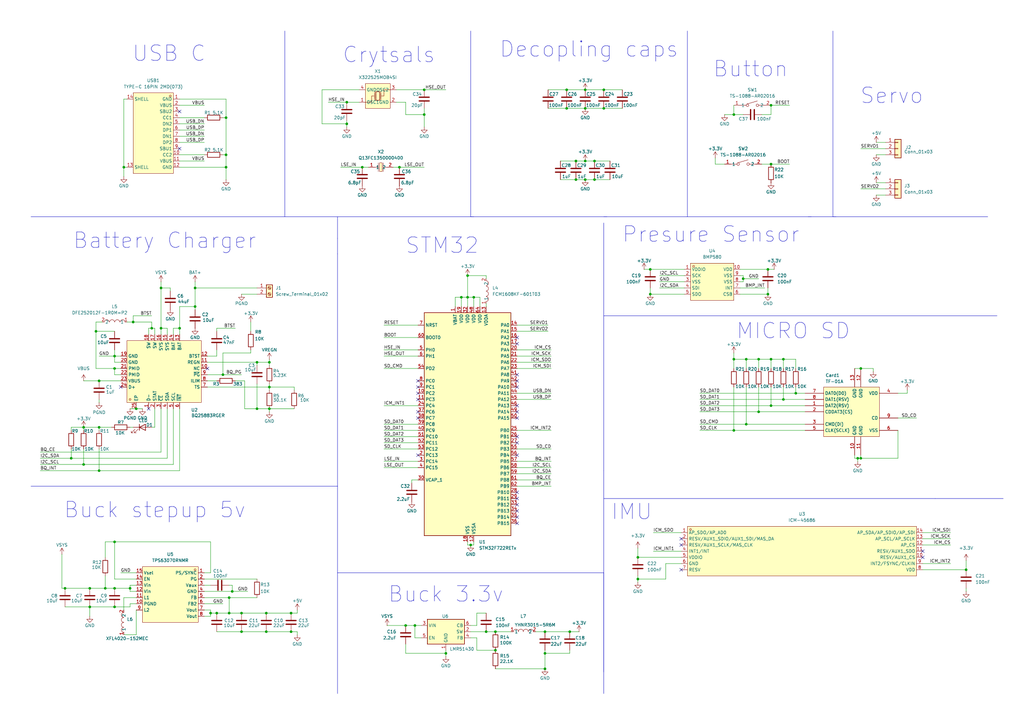
<source format=kicad_sch>
(kicad_sch (version 20250114) (generator "eeschema") (generator_version "9.0")
  (paper "A3")
  (lib_symbols
    (symbol "Connector:Screw_Terminal_01x02" (pin_names (offset 1.016) (hide yes))
      (property "Reference" "J" (at 0 2.54 0))
      (property "Value" "Screw_Terminal_01x02" (at 0 -5.08 0))
      (symbol "Screw_Terminal_01x02_1_1"
        (pin passive line (at -5.08 0 0) (length 3.81) (name "Pin_1") (number "1"))
        (pin passive line (at -5.08 -2.54 0) (length 3.81) (name "Pin_2") (number "2"))
      )
    )
    (symbol "Connector_Generic:Conn_01x03" (pin_names (offset 1.016) (hide yes))
      (property "Reference" "J" (at 0 5.08 0))
      (property "Value" "Conn_01x03" (at 0 -5.08 0))
      (symbol "Conn_01x03_1_1"
        (pin passive line (at -5.08 2.54 0) (length 3.81) (name "Pin_1") (number "1"))
        (pin passive line (at -5.08 0 0) (length 3.81) (name "Pin_2") (number "2"))
        (pin passive line (at -5.08 -2.54 0) (length 3.81) (name "Pin_3") (number "3"))
      )
    )
    (symbol "Device:C" (pin_numbers (hide yes)) (pin_names (offset 0.254))
      (property "Reference" "C" (at 0.635 2.54 0))
      (property "Value" "C" (at 0.635 -2.54 0))
      (symbol "C_1_1"
        (pin passive line (at 0 3.81 270) (length 2.794) (name "~") (number "1"))
        (pin passive line (at 0 -3.81 90) (length 2.794) (name "~") (number "2"))
      )
    )
    (symbol "Device:LED" (pin_numbers (hide yes)) (pin_names (offset 1.016) (hide yes))
      (property "Reference" "D" (at 0 2.54 0))
      (property "Value" "LED" (at 0 -2.54 0))
      (symbol "LED_1_1"
        (pin passive line (at -3.81 0 0) (length 2.54) (name "K") (number "1"))
        (pin passive line (at 3.81 0 180) (length 2.54) (name "A") (number "2"))
      )
    )
    (symbol "Device:R" (pin_numbers (hide yes)) (pin_names (offset 0))
      (property "Reference" "R" (at 2.032 0 90))
      (property "Value" "R" (at 0 0 90))
      (symbol "R_1_1"
        (pin passive line (at 0 3.81 270) (length 1.27) (name "~") (number "1"))
        (pin passive line (at 0 -3.81 90) (length 1.27) (name "~") (number "2"))
      )
    )
    (symbol "MCU_ST_STM32F7:STM32F722RETx"
      (property "Reference" "U" (at -17.78 46.99 0))
      (property "Value" "STM32F722RETx" (at 10.16 46.99 0))
      (symbol "STM32F722RETx_1_1"
        (pin input line (at -20.32 40.64 0) (length 2.54) (name "NRST") (number "7"))
        (pin input line (at -20.32 35.56 0) (length 2.54) (name "BOOT0") (number "60"))
        (pin bidirectional line (at -20.32 30.48 0) (length 2.54) (name "PH0") (number "5"))
        (pin bidirectional line (at -20.32 27.94 0) (length 2.54) (name "PH1") (number "6"))
        (pin bidirectional line (at -20.32 22.86 0) (length 2.54) (name "PD2") (number "54"))
        (pin bidirectional line (at -20.32 17.78 0) (length 2.54) (name "PC0") (number "8"))
        (pin bidirectional line (at -20.32 15.24 0) (length 2.54) (name "PC1") (number "9"))
        (pin bidirectional line (at -20.32 12.7 0) (length 2.54) (name "PC2") (number "10"))
        (pin bidirectional line (at -20.32 10.16 0) (length 2.54) (name "PC3") (number "11"))
        (pin bidirectional line (at -20.32 7.62 0) (length 2.54) (name "PC4") (number "24"))
        (pin bidirectional line (at -20.32 5.08 0) (length 2.54) (name "PC6") (number "37"))
        (pin bidirectional line (at -20.32 2.54 0) (length 2.54) (name "PC7") (number "38"))
        (pin bidirectional line (at -20.32 0 0) (length 2.54) (name "PC8") (number "39"))
        (pin bidirectional line (at -20.32 -2.54 0) (length 2.54) (name "PC9") (number "40"))
        (pin bidirectional line (at -20.32 -5.08 0) (length 2.54) (name "PC10") (number "51"))
        (pin bidirectional line (at -20.32 -7.62 0) (length 2.54) (name "PC11") (number "52"))
        (pin bidirectional line (at -20.32 -10.16 0) (length 2.54) (name "PC12") (number "53"))
        (pin bidirectional line (at -20.32 -12.7 0) (length 2.54) (name "PC13") (number "2"))
        (pin bidirectional line (at -20.32 -15.24 0) (length 2.54) (name "PC14") (number "3"))
        (pin bidirectional line (at -20.32 -17.78 0) (length 2.54) (name "PC15") (number "4"))
        (pin power_out line (at -20.32 -22.86 0) (length 2.54) (name "VCAP_1") (number "30"))
        (pin power_in line (at -5.08 48.26 270) (length 2.54) (name "VBAT") (number "1"))
        (pin power_in line (at -2.54 48.26 270) (length 2.54) (name "VDD") (number "19"))
        (pin power_in line (at 0 48.26 270) (length 2.54) (name "VDD") (number "32"))
        (pin power_in line (at 0 -48.26 90) (length 2.54) (name "VSS") (number "18"))
        (pin passive line (at 0 -48.26 90) (length 2.54) (hide yes) (name "VSS") (number "31"))
        (pin passive line (at 0 -48.26 90) (length 2.54) (hide yes) (name "VSS") (number "47"))
        (pin passive line (at 0 -48.26 90) (length 2.54) (hide yes) (name "VSS") (number "63"))
        (pin power_in line (at 2.54 48.26 270) (length 2.54) (name "VDD") (number "48"))
        (pin power_in line (at 2.54 -48.26 90) (length 2.54) (name "VSSA") (number "12"))
        (pin power_in line (at 5.08 48.26 270) (length 2.54) (name "VDD") (number "64"))
        (pin power_in line (at 7.62 48.26 270) (length 2.54) (name "VDDA") (number "13"))
        (pin bidirectional line (at 20.32 40.64 180) (length 2.54) (name "PA0") (number "14"))
        (pin bidirectional line (at 20.32 38.1 180) (length 2.54) (name "PA1") (number "15"))
        (pin bidirectional line (at 20.32 35.56 180) (length 2.54) (name "PA2") (number "16"))
        (pin bidirectional line (at 20.32 33.02 180) (length 2.54) (name "PA3") (number "17"))
        (pin bidirectional line (at 20.32 30.48 180) (length 2.54) (name "PA4") (number "20"))
        (pin bidirectional line (at 20.32 27.94 180) (length 2.54) (name "PA5") (number "21"))
        (pin bidirectional line (at 20.32 25.4 180) (length 2.54) (name "PA6") (number "22"))
        (pin bidirectional line (at 20.32 22.86 180) (length 2.54) (name "PA7") (number "23"))
        (pin bidirectional line (at 20.32 20.32 180) (length 2.54) (name "PA8") (number "41"))
        (pin bidirectional line (at 20.32 17.78 180) (length 2.54) (name "PA9") (number "42"))
        (pin bidirectional line (at 20.32 15.24 180) (length 2.54) (name "PA10") (number "43"))
        (pin bidirectional line (at 20.32 12.7 180) (length 2.54) (name "PA11") (number "44"))
        (pin bidirectional line (at 20.32 10.16 180) (length 2.54) (name "PA12") (number "45"))
        (pin bidirectional line (at 20.32 7.62 180) (length 2.54) (name "PA13") (number "46"))
        (pin bidirectional line (at 20.32 5.08 180) (length 2.54) (name "PA14") (number "49"))
        (pin bidirectional line (at 20.32 2.54 180) (length 2.54) (name "PA15") (number "50"))
        (pin bidirectional line (at 20.32 -2.54 180) (length 2.54) (name "PB0") (number "25"))
        (pin bidirectional line (at 20.32 -5.08 180) (length 2.54) (name "PB1") (number "26"))
        (pin bidirectional line (at 20.32 -7.62 180) (length 2.54) (name "PB2") (number "27"))
        (pin bidirectional line (at 20.32 -10.16 180) (length 2.54) (name "PB3") (number "55"))
        (pin bidirectional line (at 20.32 -12.7 180) (length 2.54) (name "PB4") (number "56"))
        (pin bidirectional line (at 20.32 -15.24 180) (length 2.54) (name "PB5") (number "57"))
        (pin bidirectional line (at 20.32 -17.78 180) (length 2.54) (name "PB6") (number "58"))
        (pin bidirectional line (at 20.32 -20.32 180) (length 2.54) (name "PB7") (number "59"))
        (pin bidirectional line (at 20.32 -22.86 180) (length 2.54) (name "PB8") (number "61"))
        (pin bidirectional line (at 20.32 -25.4 180) (length 2.54) (name "PB9") (number "62"))
        (pin bidirectional line (at 20.32 -27.94 180) (length 2.54) (name "PB10") (number "28"))
        (pin bidirectional line (at 20.32 -30.48 180) (length 2.54) (name "PB11") (number "29"))
        (pin bidirectional line (at 20.32 -33.02 180) (length 2.54) (name "PB12") (number "33"))
        (pin bidirectional line (at 20.32 -35.56 180) (length 2.54) (name "PB13") (number "34"))
        (pin bidirectional line (at 20.32 -38.1 180) (length 2.54) (name "PB14") (number "35"))
        (pin bidirectional line (at 20.32 -40.64 180) (length 2.54) (name "PB15") (number "36"))
      )
    )
    (symbol "Regulator_Switching:LMR51430"
      (property "Reference" "U" (at -7.62 6.35 0))
      (property "Value" "LMR51430" (at 0 6.35 0))
      (symbol "LMR51430_1_1"
        (pin power_in line (at -10.16 2.54 0) (length 2.54) (name "VIN") (number "3"))
        (pin input line (at -10.16 -2.54 0) (length 2.54) (name "EN") (number "5"))
        (pin power_in line (at 0 -7.62 90) (length 2.54) (name "GND") (number "1"))
        (pin passive line (at 10.16 2.54 180) (length 2.54) (name "CB") (number "6"))
        (pin power_out line (at 10.16 0 180) (length 2.54) (name "SW") (number "2"))
        (pin input line (at 10.16 -2.54 180) (length 2.54) (name "FB") (number "4"))
      )
    )
    (symbol "lcsc:BMP580"
      (property "Reference" "U" (at 0 10.16 0))
      (property "Value" "BMP580" (at 0 -10.16 0))
      (symbol "BMP580_0_1"
        (pin unspecified line (at -11.43 5.08 0) (length 2.54) (name "VDDIO") (number "1"))
        (pin unspecified line (at -11.43 2.54 0) (length 2.54) (name "SCK") (number "2"))
        (pin unspecified line (at -11.43 0 0) (length 2.54) (name "VSS") (number "3"))
        (pin unspecified line (at -11.43 -2.54 0) (length 2.54) (name "SDI") (number "4"))
        (pin unspecified line (at -11.43 -5.08 0) (length 2.54) (name "SDO") (number "5"))
        (pin unspecified line (at 11.43 5.08 180) (length 2.54) (name "VDD") (number "10"))
        (pin unspecified line (at 11.43 2.54 180) (length 2.54) (name "VSS") (number "9"))
        (pin unspecified line (at 11.43 0 180) (length 2.54) (name "VSS") (number "8"))
        (pin unspecified line (at 11.43 -2.54 180) (length 2.54) (name "INT") (number "7"))
        (pin unspecified line (at 11.43 -5.08 180) (length 2.54) (name "CSB") (number "6"))
      )
    )
    (symbol "lcsc:BQ25883RGER"
      (property "Reference" "U" (at 0 22.86 0))
      (property "Value" "BQ25883RGER" (at 0 -22.86 0))
      (symbol "BQ25883RGER_0_1"
        (pin unspecified line (at -15.24 11.43 0) (length 2.54) (name "EP") (number "25"))
        (pin unspecified line (at -15.24 6.35 0) (length 2.54) (name "D-") (number "1"))
        (pin unspecified line (at -15.24 3.81 0) (length 2.54) (name "STAT") (number "2"))
        (pin unspecified line (at -15.24 1.27 0) (length 2.54) (name "~{CE}") (number "3"))
        (pin unspecified line (at -15.24 -1.27 0) (length 2.54) (name "SDA") (number "4"))
        (pin unspecified line (at -15.24 -3.81 0) (length 2.54) (name "SCL") (number "5"))
        (pin unspecified line (at -15.24 -6.35 0) (length 2.54) (name "~{INT}") (number "6"))
        (pin unspecified line (at -6.35 17.78 270) (length 2.54) (name "D+") (number "24"))
        (pin unspecified line (at -6.35 -17.78 90) (length 2.54) (name "TS") (number "7"))
        (pin unspecified line (at -3.81 17.78 270) (length 2.54) (name "VBUS") (number "23"))
        (pin unspecified line (at -3.81 -17.78 90) (length 2.54) (name "ILIM") (number "8"))
        (pin unspecified line (at -1.27 17.78 270) (length 2.54) (name "PMID") (number "22"))
        (pin unspecified line (at -1.27 -17.78 90) (length 2.54) (name "~{PG}") (number "9"))
        (pin unspecified line (at 1.27 17.78 270) (length 2.54) (name "PMID") (number "21"))
        (pin unspecified line (at 1.27 -17.78 90) (length 2.54) (name "NC") (number "10"))
        (pin unspecified line (at 3.81 17.78 270) (length 2.54) (name "GND") (number "20"))
        (pin unspecified line (at 3.81 -17.78 90) (length 2.54) (name "REGN") (number "11"))
        (pin unspecified line (at 6.35 17.78 270) (length 2.54) (name "GND") (number "19"))
        (pin unspecified line (at 6.35 -17.78 90) (length 2.54) (name "BTST") (number "12"))
        (pin unspecified line (at 15.24 6.35 180) (length 2.54) (name "SW") (number "18"))
        (pin unspecified line (at 15.24 3.81 180) (length 2.54) (name "SW") (number "17"))
        (pin unspecified line (at 15.24 1.27 180) (length 2.54) (name "SYS") (number "16"))
        (pin unspecified line (at 15.24 -1.27 180) (length 2.54) (name "SYS") (number "15"))
        (pin unspecified line (at 15.24 -3.81 180) (length 2.54) (name "BAT") (number "14"))
        (pin unspecified line (at 15.24 -6.35 180) (length 2.54) (name "BAT") (number "13"))
      )
    )
    (symbol "lcsc:DFE252012F-1R0M=P2"
      (property "Reference" "L" (at 0 5.08 0))
      (property "Value" "DFE252012F-1R0M=P2" (at 0 -5.08 0))
      (symbol "DFE252012F-1R0M=P2_0_1"
        (pin unspecified line (at -5.08 0 0) (length 0.762) (name "1") (number "1"))
        (pin unspecified line (at 5.08 0 180) (length 0.762) (name "2") (number "2"))
      )
    )
    (symbol "lcsc:FCM1608KF-601T03"
      (property "Reference" "L" (at 0 5.08 0))
      (property "Value" "FCM1608KF-601T03" (at 0 -5.08 0))
      (symbol "FCM1608KF-601T03_0_1"
        (pin unspecified line (at -5.08 0 0) (length 0.762) (name "1") (number "1"))
        (pin unspecified line (at 5.08 0 180) (length 0.762) (name "2") (number "2"))
      )
    )
    (symbol "lcsc:ICM-45686"
      (property "Reference" "U" (at 0 12.7 0))
      (property "Value" "ICM-45686" (at 0 -12.7 0))
      (symbol "ICM-45686_0_1"
        (pin unspecified line (at -49.53 7.62 0) (length 2.54) (name "AP_SDO/AP_AD0") (number "1"))
        (pin unspecified line (at -49.53 5.08 0) (length 2.54) (name "RESV/AUX1_SDIO/AUX1_SDI/MAS_DA") (number "2"))
        (pin unspecified line (at -49.53 2.54 0) (length 2.54) (name "RESV/AUX1_SCLK/MAS_CLK") (number "3"))
        (pin unspecified line (at -49.53 0 0) (length 2.54) (name "INT1/INT") (number "4"))
        (pin unspecified line (at -49.53 -2.54 0) (length 2.54) (name "VDDIO") (number "5"))
        (pin unspecified line (at -49.53 -5.08 0) (length 2.54) (name "GND") (number "6"))
        (pin unspecified line (at -49.53 -7.62 0) (length 2.54) (name "RESV") (number "7"))
        (pin unspecified line (at 49.53 7.62 180) (length 2.54) (name "AP_SDA/AP_SDIO/AP_SDI") (number "14"))
        (pin unspecified line (at 49.53 5.08 180) (length 2.54) (name "AP_SCL/AP_SCLK") (number "13"))
        (pin unspecified line (at 49.53 2.54 180) (length 2.54) (name "AP_CS") (number "12"))
        (pin unspecified line (at 49.53 0 180) (length 2.54) (name "RESV/AUX1_SDO") (number "11"))
        (pin unspecified line (at 49.53 -2.54 180) (length 2.54) (name "RESV/AUX1_CS") (number "10"))
        (pin unspecified line (at 49.53 -5.08 180) (length 2.54) (name "INT2/FSYNC/CLKIN") (number "9"))
        (pin unspecified line (at 49.53 -7.62 180) (length 2.54) (name "VDD") (number "8"))
      )
    )
    (symbol "lcsc:Q13FC1350000400"
      (property "Reference" "X" (at 0 5.08 0))
      (property "Value" "Q13FC1350000400" (at 0 -5.08 0))
      (symbol "Q13FC1350000400_0_1"
        (pin unspecified line (at -5.08 0 0) (length 2.54) (name "1") (number "1"))
        (pin unspecified line (at 5.08 0 180) (length 2.54) (name "2") (number "2"))
      )
    )
    (symbol "lcsc:TF-01A"
      (property "Reference" "Card" (at 0 22.86 0))
      (property "Value" "TF-01A" (at 0 -22.86 0))
      (symbol "TF-01A_0_1"
        (pin bidirectional line (at -19.05 7.62 0) (length 7.62) (name "DAT0(D0)") (number "7"))
        (pin bidirectional line (at -19.05 5.08 0) (length 7.62) (name "DAT1(RSV)") (number "8"))
        (pin bidirectional line (at -19.05 2.54 0) (length 7.62) (name "DAT2(RSV)") (number "1"))
        (pin bidirectional line (at -19.05 0 0) (length 7.62) (name "CDDAT3(CS)") (number "2"))
        (pin input line (at -19.05 -5.08 0) (length 7.62) (name "CMD(DI)") (number "3"))
        (pin input line (at -19.05 -7.62 0) (length 7.62) (name "CLK(SCLK)") (number "5"))
        (pin input line (at 1.27 17.78 270) (length 7.62) (name "GND") (number "13"))
        (pin input line (at 1.27 -17.78 90) (length 7.62) (name "GND") (number "10"))
        (pin input line (at 3.81 17.78 270) (length 7.62) (name "GND") (number "12"))
        (pin input line (at 3.81 -17.78 90) (length 7.62) (name "GND") (number "11"))
        (pin input line (at 19.05 7.62 180) (length 7.62) (name "VDD") (number "4"))
        (pin input line (at 19.05 -2.54 180) (length 7.62) (name "CD") (number "9"))
        (pin input line (at 19.05 -7.62 180) (length 7.62) (name "VSS") (number "6"))
      )
    )
    (symbol "lcsc:TPS63070RNMR"
      (property "Reference" "U" (at 0 13.97 0))
      (property "Value" "TPS63070RNMR" (at 0 -13.97 0))
      (symbol "TPS63070RNMR_0_1"
        (pin unspecified line (at -13.97 8.89 0) (length 2.54) (name "PS/SYNC") (number "1"))
        (pin unspecified line (at -13.97 6.35 0) (length 2.54) (name "PG") (number "2"))
        (pin unspecified line (at -13.97 3.81 0) (length 2.54) (name "Vaux") (number "3"))
        (pin unspecified line (at -13.97 1.27 0) (length 2.54) (name "GND") (number "4"))
        (pin unspecified line (at -13.97 -1.27 0) (length 2.54) (name "FB") (number "5"))
        (pin unspecified line (at -13.97 -3.81 0) (length 2.54) (name "FB2") (number "6"))
        (pin unspecified line (at -13.97 -6.35 0) (length 2.54) (name "Vout") (number "7"))
        (pin unspecified line (at -13.97 -8.89 0) (length 2.54) (name "Vout") (number "8"))
        (pin unspecified line (at 13.97 8.89 180) (length 2.54) (name "Vsel") (number "15"))
        (pin unspecified line (at 13.97 6.35 180) (length 2.54) (name "EN") (number "14"))
        (pin unspecified line (at 13.97 3.81 180) (length 2.54) (name "Vin") (number "13"))
        (pin unspecified line (at 13.97 1.27 180) (length 2.54) (name "Vin") (number "12"))
        (pin unspecified line (at 13.97 -1.27 180) (length 2.54) (name "L1") (number "11"))
        (pin unspecified line (at 13.97 -3.81 180) (length 2.54) (name "PGND") (number "10"))
        (pin unspecified line (at 13.97 -6.35 180) (length 2.54) (name "L2") (number "9"))
      )
    )
    (symbol "lcsc:TS-1088-AR02016"
      (property "Reference" "SW" (at 0 5.08 0))
      (property "Value" "TS-1088-AR02016" (at 0 -5.08 0))
      (symbol "TS-1088-AR02016_0_1"
        (pin unspecified line (at -7.62 0 0) (length 2.54) (name "1") (number "1"))
        (pin unspecified line (at 7.62 0 180) (length 2.54) (name "2") (number "2"))
      )
    )
    (symbol "lcsc:TYPE-C16PIN2MD(073)"
      (property "Reference" "USB" (at 0 19.05 0))
      (property "Value" "TYPE-C 16PIN 2MD(073)" (at 0 -19.05 0))
      (symbol "TYPE-C16PIN2MD(073)_0_1"
        (pin unspecified line (at -11.43 13.97 0) (length 2.54) (name "GND") (number "1"))
        (pin unspecified line (at -11.43 11.43 0) (length 2.54) (name "VBUS") (number "2"))
        (pin unspecified line (at -11.43 8.89 0) (length 2.54) (name "SBU2") (number "3"))
        (pin unspecified line (at -11.43 6.35 0) (length 2.54) (name "CC1") (number "4"))
        (pin unspecified line (at -11.43 3.81 0) (length 2.54) (name "DN2") (number "5"))
        (pin unspecified line (at -11.43 1.27 0) (length 2.54) (name "DP1") (number "6"))
        (pin unspecified line (at -11.43 -1.27 0) (length 2.54) (name "DN1") (number "7"))
        (pin unspecified line (at -11.43 -3.81 0) (length 2.54) (name "DP2") (number "8"))
        (pin unspecified line (at -11.43 -6.35 0) (length 2.54) (name "SBU1") (number "9"))
        (pin unspecified line (at -11.43 -8.89 0) (length 2.54) (name "CC2") (number "10"))
        (pin unspecified line (at -11.43 -11.43 0) (length 2.54) (name "VBUS") (number "11"))
        (pin unspecified line (at -11.43 -13.97 0) (length 2.54) (name "GND") (number "12"))
        (pin unspecified line (at 10.16 13.97 180) (length 2.54) (name "SHELL") (number "14"))
        (pin unspecified line (at 10.16 -13.97 180) (length 2.54) (name "SHELL") (number "13"))
      )
    )
    (symbol "lcsc:X322525MOB4SI"
      (property "Reference" "X" (at 0 7.62 0))
      (property "Value" "X322525MOB4SI" (at 0 -7.62 0))
      (symbol "X322525MOB4SI_0_1"
        (pin unspecified line (at -7.62 2.54 0) (length 2.54) (name "GND") (number "4"))
        (pin unspecified line (at -7.62 -2.54 0) (length 2.54) (name "OSC1") (number "1"))
        (pin unspecified line (at 7.62 2.54 180) (length 2.54) (name "OSC2") (number "3"))
        (pin unspecified line (at 7.62 -2.54 180) (length 2.54) (name "GND") (number "2"))
      )
    )
    (symbol "lcsc:XFL4020-152MEC"
      (property "Reference" "L" (at 0 5.08 0))
      (property "Value" "XFL4020-152MEC" (at 0 -5.08 0))
      (symbol "XFL4020-152MEC_0_1"
        (pin unspecified line (at -5.08 0 0) (length 1.016) (name "1") (number "1"))
        (pin unspecified line (at 5.08 0 180) (length 1.016) (name "2") (number "2"))
      )
    )
    (symbol "lcsc:YHNR3015-5R6M"
      (property "Reference" "L" (at 0 5.08 0))
      (property "Value" "YHNR3015-5R6M" (at 0 -5.08 0))
      (symbol "YHNR3015-5R6M_0_1"
        (pin unspecified line (at -5.08 0 0) (length 1.016) (name "1") (number "1"))
        (pin unspecified line (at 5.08 0 180) (length 1.016) (name "2") (number "2"))
      )
    )
    (symbol "power:+3.3V" (power) (pin_numbers (hide yes)) (pin_names (offset 0) (hide yes))
      (property "Value" "+3.3V" (at 0 3.556 0))
      (symbol "+3.3V_1_1"
        (pin power_in line (at 0 0 90) (length 0) (name "~") (number "1"))
      )
    )
    (symbol "power:+5V" (power) (pin_numbers (hide yes)) (pin_names (offset 0) (hide yes))
      (property "Value" "+5V" (at 0 3.556 0))
      (symbol "+5V_1_1"
        (pin power_in line (at 0 0 90) (length 0) (name "~") (number "1"))
      )
    )
    (symbol "power:GND" (power) (pin_numbers (hide yes)) (pin_names (offset 0) (hide yes))
      (property "Value" "GND" (at 0 -3.81 0))
      (symbol "GND_1_1"
        (pin power_in line (at 0 0 270) (length 0) (name "~") (number "1"))
      )
    )
    (symbol "power:GNDA" (power) (pin_numbers (hide yes)) (pin_names (offset 0) (hide yes))
      (property "Value" "GNDA" (at 0 -3.81 0))
      (symbol "GNDA_1_1"
        (pin power_in line (at 0 0 270) (length 0) (name "~") (number "1"))
      )
    )
    (symbol "power:VBUS" (power) (pin_numbers (hide yes)) (pin_names (offset 0) (hide yes))
      (property "Value" "VBUS" (at 0 3.556 0))
      (symbol "VBUS_1_1"
        (pin power_in line (at 0 0 90) (length 0) (name "~") (number "1"))
      )
    )
  )
  (text "STM32\n" (at 181.356 100.838 0) (effects (font (size 6.35 6.35))))
  (text "Button\n" (at 307.848 28.448 0) (effects (font (size 6.35 6.35))))
  (text "Buck stepup 5v\n" (at 63.5 209.296 0) (effects (font (size 6.35 6.35))))
  (text "Crytsals" (at 159.512 22.606 0) (effects (font (size 6.35 6.35))))
  (text "Presure Sensor" (at 291.592 96.266 0) (effects (font (size 6.35 6.35))))
  (text "USB C" (at 69.342 22.098 0) (effects (font (size 6.35 6.35))))
  (text "MICRO SD" (at 325.374 135.89 0) (effects (font (size 6.35 6.35))))
  (text "IMU" (at 259.08 210.058 0) (effects (font (size 6.35 6.35))))
  (text "Battery Charger" (at 67.564 98.806 0) (effects (font (size 6.35 6.35))))
  (text "Buck 3.3v" (at 182.88 243.84 0) (effects (font (size 6.35 6.35))))
  (text "Servo\n" (at 365.76 39.37 0) (effects (font (size 6.35 6.35))))
  (text "Decopling caps" (at 241.554 20.32 0) (effects (font (size 6.35 6.35))))
  (junction (at 110.49 158.75))
  (junction (at 316.23 166.37))
  (junction (at 191.77 121.92))
  (junction (at 311.15 147.32))
  (junction (at 247.65 36.83))
  (junction (at 105.41 148.59))
  (junction (at 53.34 241.3))
  (junction (at 261.62 237.49))
  (junction (at 34.29 175.26))
  (junction (at 142.24 41.91))
  (junction (at 236.22 73.66))
  (junction (at 247.65 44.45))
  (junction (at 29.21 187.96))
  (junction (at 316.23 67.31))
  (junction (at 314.96 110.49))
  (junction (at 396.24 233.68))
  (junction (at 316.23 43.18))
  (junction (at 306.07 147.32))
  (junction (at 46.99 222.25))
  (junction (at 353.06 151.13))
  (junction (at 223.52 274.32))
  (junction (at 203.2 266.7))
  (junction (at 193.04 223.52))
  (junction (at 170.18 256.54))
  (junction (at 353.06 187.96))
  (junction (at 240.03 66.04))
  (junction (at 243.84 73.66))
  (junction (at 148.59 68.58))
  (junction (at 300.99 46.99))
  (junction (at 223.52 267.97))
  (junction (at 54.61 132.08))
  (junction (at 36.83 241.3))
  (junction (at 233.68 259.08))
  (junction (at 314.96 120.65))
  (junction (at 105.41 167.64))
  (junction (at 50.8 68.58))
  (junction (at 109.22 251.46))
  (junction (at 119.38 259.08))
  (junction (at 109.22 259.08))
  (junction (at 163.83 68.58))
  (junction (at 34.29 190.5))
  (junction (at 40.64 193.04))
  (junction (at 92.71 48.26))
  (junction (at 311.15 168.91))
  (junction (at 40.64 175.26))
  (junction (at 62.23 134.62))
  (junction (at 232.41 36.83))
  (junction (at 306.07 173.99))
  (junction (at 40.64 156.21))
  (junction (at 300.99 147.32))
  (junction (at 240.03 36.83))
  (junction (at 173.99 46.99))
  (junction (at 86.36 251.46))
  (junction (at 110.49 167.64))
  (junction (at 300.99 176.53))
  (junction (at 321.31 147.32))
  (junction (at 36.83 248.92))
  (junction (at 119.38 251.46))
  (junction (at 240.03 73.66))
  (junction (at 243.84 66.04))
  (junction (at 199.39 259.08))
  (junction (at 166.37 256.54))
  (junction (at 321.31 163.83))
  (junction (at 93.98 245.11))
  (junction (at 232.41 44.45))
  (junction (at 88.9 251.46))
  (junction (at 99.06 251.46))
  (junction (at 95.25 242.57))
  (junction (at 46.99 146.05))
  (junction (at 142.24 50.8))
  (junction (at 261.62 228.6))
  (junction (at 189.23 121.92))
  (junction (at 66.04 134.62))
  (junction (at 55.88 167.64))
  (junction (at 80.01 125.73))
  (junction (at 73.66 134.62))
  (junction (at 43.18 241.3))
  (junction (at 93.98 251.46))
  (junction (at 304.8 114.3))
  (junction (at 316.23 147.32))
  (junction (at 191.77 113.03))
  (junction (at 194.31 121.92))
  (junction (at 91.44 153.67))
  (junction (at 80.01 118.11))
  (junction (at 39.37 135.89))
  (junction (at 92.71 63.5))
  (junction (at 92.71 68.58))
  (junction (at 182.88 267.97))
  (junction (at 110.49 148.59))
  (junction (at 351.79 187.96))
  (junction (at 66.04 118.11))
  (junction (at 266.7 110.49))
  (junction (at 203.2 259.08))
  (junction (at 240.03 44.45))
  (junction (at 46.99 248.92))
  (junction (at 236.22 66.04))
  (junction (at 46.99 241.3))
  (junction (at 326.39 161.29))
  (junction (at 26.67 241.3))
  (junction (at 173.99 36.83))
  (junction (at 46.99 151.13))
  (junction (at 223.52 259.08))
  (junction (at 266.7 120.65))
  (junction (at 99.06 259.08))
  (no_connect (at 212.09 166.37))
  (no_connect (at 212.09 204.47))
  (no_connect (at 212.09 207.01))
  (no_connect (at 212.09 201.93))
  (no_connect (at 212.09 214.63))
  (no_connect (at 171.45 163.83))
  (no_connect (at 212.09 181.61))
  (no_connect (at 212.09 153.67))
  (no_connect (at 73.66 45.72))
  (no_connect (at 171.45 158.75))
  (no_connect (at 212.09 158.75))
  (no_connect (at 171.45 168.91))
  (no_connect (at 171.45 186.69))
  (no_connect (at 85.09 151.13))
  (no_connect (at 212.09 209.55))
  (no_connect (at 212.09 186.69))
  (no_connect (at 378.46 228.6))
  (no_connect (at 279.4 223.52))
  (no_connect (at 279.4 233.68))
  (no_connect (at 212.09 212.09))
  (no_connect (at 49.53 158.75))
  (no_connect (at 212.09 168.91))
  (no_connect (at 171.45 161.29))
  (no_connect (at 171.45 156.21))
  (no_connect (at 378.46 226.06))
  (no_connect (at 60.96 167.64))
  (no_connect (at 171.45 171.45))
  (no_connect (at 279.4 220.98))
  (no_connect (at 212.09 171.45))
  (no_connect (at 73.66 60.96))
  (no_connect (at 212.09 179.07))
  (no_connect (at 212.09 138.43))
  (no_connect (at 212.09 156.21))
  (no_connect (at 212.09 140.97))
  (wire (pts (xy 46.99 151.13) (xy 49.53 151.13)))
  (wire (pts (xy 311.15 147.32) (xy 316.23 147.32)))
  (wire (pts (xy 110.49 157.48) (xy 110.49 158.75)))
  (wire (pts (xy 40.64 165.1) (xy 40.64 163.83)))
  (wire (pts (xy 226.06 196.85) (xy 212.09 196.85)))
  (wire (pts (xy 304.8 113.03) (xy 303.53 113.03)))
  (wire (pts (xy 306.07 158.75) (xy 306.07 173.99)))
  (wire (pts (xy 105.41 148.59) (xy 110.49 148.59)))
  (wire (pts (xy 273.05 231.14) (xy 273.05 237.49)))
  (wire (pts (xy 55.88 260.35) (xy 50.8 260.35)))
  (wire (pts (xy 26.67 241.3) (xy 36.83 241.3)))
  (wire (pts (xy 195.58 256.54) (xy 193.04 256.54)))
  (wire (pts (xy 287.02 168.91) (xy 311.15 168.91)))
  (wire (pts (xy 157.48 151.13) (xy 171.45 151.13)))
  (wire (pts (xy 157.48 179.07) (xy 171.45 179.07)))
  (wire (pts (xy 63.5 167.64) (xy 63.5 175.26)))
  (wire (pts (xy 267.97 226.06) (xy 279.4 226.06)))
  (wire (pts (xy 73.66 193.04) (xy 73.66 167.64)))
  (wire (pts (xy 358.14 152.4) (xy 358.14 151.13)))
  (polyline (pts (xy 247.65 193.04) (xy 247.65 275.59)))
  (wire (pts (xy 52.07 40.64) (xy 50.8 40.64)))
  (wire (pts (xy 191.77 121.92) (xy 194.31 121.92)))
  (wire (pts (xy 163.83 68.58) (xy 161.29 68.58)))
  (wire (pts (xy 226.06 148.59) (xy 212.09 148.59)))
  (wire (pts (xy 110.49 160.02) (xy 110.49 158.75)))
  (polyline (pts (xy 383.54 204.47) (xy 411.48 204.47)))
  (wire (pts (xy 46.99 248.92) (xy 53.34 248.92)))
  (wire (pts (xy 321.31 147.32) (xy 321.31 151.13)))
  (wire (pts (xy 39.37 132.08) (xy 41.91 132.08)))
  (polyline (pts (xy 247.65 88.9) (xy 248.92 88.9)))
  (wire (pts (xy 226.06 161.29) (xy 212.09 161.29)))
  (wire (pts (xy 100.33 156.21) (xy 100.33 167.64)))
  (wire (pts (xy 49.53 153.67) (xy 46.99 153.67)))
  (wire (pts (xy 73.66 40.64) (xy 92.71 40.64)))
  (wire (pts (xy 36.83 241.3) (xy 43.18 241.3)))
  (wire (pts (xy 191.77 121.92) (xy 191.77 125.73)))
  (wire (pts (xy 240.03 36.83) (xy 232.41 36.83)))
  (wire (pts (xy 297.18 46.99) (xy 300.99 46.99)))
  (wire (pts (xy 172.72 261.62) (xy 170.18 261.62)))
  (wire (pts (xy 195.58 266.7) (xy 203.2 266.7)))
  (wire (pts (xy 53.34 240.03) (xy 55.88 240.03)))
  (wire (pts (xy 157.48 146.05) (xy 171.45 146.05)))
  (wire (pts (xy 134.62 41.91) (xy 142.24 41.91)))
  (wire (pts (xy 39.37 151.13) (xy 46.99 151.13)))
  (wire (pts (xy 43.18 241.3) (xy 46.99 241.3)))
  (wire (pts (xy 86.36 251.46) (xy 88.9 251.46)))
  (wire (pts (xy 93.98 245.11) (xy 93.98 251.46)))
  (wire (pts (xy 316.23 147.32) (xy 316.23 151.13)))
  (wire (pts (xy 132.08 50.8) (xy 142.24 50.8)))
  (wire (pts (xy 223.52 267.97) (xy 223.52 274.32)))
  (wire (pts (xy 121.92 259.08) (xy 119.38 259.08)))
  (wire (pts (xy 168.91 196.85) (xy 171.45 196.85)))
  (wire (pts (xy 34.29 190.5) (xy 71.12 190.5)))
  (wire (pts (xy 226.06 194.31) (xy 212.09 194.31)))
  (wire (pts (xy 199.39 259.08) (xy 203.2 259.08)))
  (wire (pts (xy 68.58 134.62) (xy 66.04 134.62)))
  (wire (pts (xy 46.99 146.05) (xy 49.53 146.05)))
  (wire (pts (xy 306.07 147.32) (xy 306.07 151.13)))
  (wire (pts (xy 91.44 153.67) (xy 85.09 153.67)))
  (wire (pts (xy 92.71 73.66) (xy 92.71 68.58)))
  (wire (pts (xy 166.37 264.16) (xy 166.37 267.97)))
  (wire (pts (xy 358.14 151.13) (xy 353.06 151.13)))
  (wire (pts (xy 40.64 175.26) (xy 40.64 176.53)))
  (polyline (pts (xy 281.94 12.7) (xy 281.94 88.9)))
  (wire (pts (xy 43.18 228.6) (xy 43.18 222.25)))
  (wire (pts (xy 226.06 199.39) (xy 212.09 199.39)))
  (wire (pts (xy 102.87 144.78) (xy 91.44 144.78)))
  (polyline (pts (xy 247.65 234.95) (xy 247.65 284.48)))
  (wire (pts (xy 120.65 158.75) (xy 120.65 160.02)))
  (wire (pts (xy 316.23 46.99) (xy 312.42 46.99)))
  (wire (pts (xy 232.41 36.83) (xy 224.79 36.83)))
  (wire (pts (xy 102.87 132.08) (xy 102.87 135.89)))
  (wire (pts (xy 226.06 146.05) (xy 212.09 146.05)))
  (wire (pts (xy 110.49 147.32) (xy 110.49 148.59)))
  (wire (pts (xy 88.9 134.62) (xy 88.9 135.89)))
  (wire (pts (xy 240.03 73.66) (xy 243.84 73.66)))
  (wire (pts (xy 49.53 148.59) (xy 46.99 148.59)))
  (wire (pts (xy 189.23 121.92) (xy 189.23 125.73)))
  (wire (pts (xy 69.85 118.11) (xy 69.85 119.38)))
  (wire (pts (xy 168.91 198.12) (xy 168.91 196.85)))
  (wire (pts (xy 240.03 66.04) (xy 243.84 66.04)))
  (wire (pts (xy 326.39 151.13) (xy 326.39 147.32)))
  (wire (pts (xy 36.83 248.92) (xy 46.99 248.92)))
  (wire (pts (xy 195.58 261.62) (xy 195.58 266.7)))
  (wire (pts (xy 182.88 36.83) (xy 173.99 36.83)))
  (wire (pts (xy 157.48 166.37) (xy 171.45 166.37)))
  (wire (pts (xy 29.21 175.26) (xy 34.29 175.26)))
  (wire (pts (xy 66.04 134.62) (xy 66.04 137.16)))
  (wire (pts (xy 83.82 50.8) (xy 73.66 50.8)))
  (wire (pts (xy 316.23 147.32) (xy 321.31 147.32)))
  (wire (pts (xy 261.62 238.76) (xy 261.62 237.49)))
  (wire (pts (xy 91.44 48.26) (xy 92.71 48.26)))
  (wire (pts (xy 255.27 36.83) (xy 247.65 36.83)))
  (wire (pts (xy 83.82 242.57) (xy 95.25 242.57)))
  (wire (pts (xy 121.92 250.19) (xy 121.92 251.46)))
  (wire (pts (xy 43.18 222.25) (xy 46.99 222.25)))
  (wire (pts (xy 304.8 114.3) (xy 304.8 113.03)))
  (wire (pts (xy 93.98 251.46) (xy 99.06 251.46)))
  (wire (pts (xy 96.52 156.21) (xy 100.33 156.21)))
  (wire (pts (xy 105.41 120.65) (xy 99.06 120.65)))
  (wire (pts (xy 34.29 156.21) (xy 40.64 156.21)))
  (wire (pts (xy 316.23 158.75) (xy 316.23 166.37)))
  (wire (pts (xy 68.58 187.96) (xy 68.58 167.64)))
  (wire (pts (xy 293.37 64.77) (xy 293.37 67.31)))
  (wire (pts (xy 92.71 48.26) (xy 92.71 63.5)))
  (wire (pts (xy 50.8 245.11) (xy 50.8 250.19)))
  (wire (pts (xy 46.99 143.51) (xy 46.99 146.05)))
  (wire (pts (xy 40.64 175.26) (xy 34.29 175.26)))
  (wire (pts (xy 142.24 41.91) (xy 147.32 41.91)))
  (wire (pts (xy 166.37 41.91) (xy 162.56 41.91)))
  (wire (pts (xy 46.99 241.3) (xy 53.34 241.3)))
  (wire (pts (xy 83.82 58.42) (xy 73.66 58.42)))
  (wire (pts (xy 273.05 237.49) (xy 261.62 237.49)))
  (wire (pts (xy 29.21 184.15) (xy 29.21 187.96)))
  (wire (pts (xy 287.02 163.83) (xy 321.31 163.83)))
  (wire (pts (xy 49.53 234.95) (xy 55.88 234.95)))
  (wire (pts (xy 199.39 113.03) (xy 199.39 114.3)))
  (wire (pts (xy 182.88 267.97) (xy 182.88 269.24)))
  (wire (pts (xy 300.99 147.32) (xy 300.99 151.13)))
  (wire (pts (xy 261.62 237.49) (xy 261.62 236.22)))
  (wire (pts (xy 68.58 137.16) (xy 68.58 134.62)))
  (wire (pts (xy 314.96 118.11) (xy 314.96 120.65)))
  (wire (pts (xy 39.37 132.08) (xy 39.37 135.89)))
  (wire (pts (xy 16.51 187.96) (xy 29.21 187.96)))
  (wire (pts (xy 195.58 251.46) (xy 195.58 256.54)))
  (wire (pts (xy 157.48 133.35) (xy 171.45 133.35)))
  (wire (pts (xy 353.06 187.96) (xy 351.79 187.96)))
  (wire (pts (xy 193.04 261.62) (xy 195.58 261.62)))
  (wire (pts (xy 73.66 63.5) (xy 83.82 63.5)))
  (wire (pts (xy 300.99 46.99) (xy 300.99 43.18)))
  (wire (pts (xy 396.24 229.87) (xy 396.24 233.68)))
  (wire (pts (xy 46.99 153.67) (xy 46.99 151.13)))
  (wire (pts (xy 316.23 166.37) (xy 330.2 166.37)))
  (wire (pts (xy 389.89 231.14) (xy 378.46 231.14)))
  (wire (pts (xy 109.22 259.08) (xy 119.38 259.08)))
  (wire (pts (xy 86.36 251.46) (xy 86.36 252.73)))
  (wire (pts (xy 66.04 185.42) (xy 66.04 167.64)))
  (wire (pts (xy 43.18 236.22) (xy 43.18 241.3)))
  (wire (pts (xy 353.06 77.47) (xy 363.22 77.47)))
  (wire (pts (xy 163.83 68.58) (xy 173.99 68.58)))
  (wire (pts (xy 142.24 50.8) (xy 142.24 49.53)))
  (wire (pts (xy 85.09 158.75) (xy 110.49 158.75)))
  (wire (pts (xy 304.8 46.99) (xy 300.99 46.99)))
  (wire (pts (xy 243.84 66.04) (xy 250.19 66.04)))
  (wire (pts (xy 247.65 44.45) (xy 255.27 44.45)))
  (wire (pts (xy 193.04 259.08) (xy 199.39 259.08)))
  (polyline (pts (xy 247.65 193.04) (xy 247.65 91.44)))
  (wire (pts (xy 287.02 173.99) (xy 306.07 173.99)))
  (wire (pts (xy 99.06 259.08) (xy 109.22 259.08)))
  (wire (pts (xy 40.64 175.26) (xy 45.72 175.26)))
  (wire (pts (xy 66.04 118.11) (xy 66.04 134.62)))
  (wire (pts (xy 40.64 184.15) (xy 40.64 193.04)))
  (wire (pts (xy 316.23 43.18) (xy 316.23 46.99)))
  (wire (pts (xy 46.99 222.25) (xy 86.36 222.25)))
  (wire (pts (xy 157.48 143.51) (xy 171.45 143.51)))
  (wire (pts (xy 293.37 67.31) (xy 297.18 67.31)))
  (wire (pts (xy 266.7 110.49) (xy 280.67 110.49)))
  (wire (pts (xy 54.61 175.26) (xy 53.34 175.26)))
  (wire (pts (xy 105.41 149.86) (xy 105.41 148.59)))
  (wire (pts (xy 170.18 256.54) (xy 172.72 256.54)))
  (wire (pts (xy 226.06 176.53) (xy 212.09 176.53)))
  (polyline (pts (xy 193.04 12.7) (xy 193.04 88.9)))
  (wire (pts (xy 73.66 48.26) (xy 83.82 48.26)))
  (wire (pts (xy 351.79 187.96) (xy 351.79 189.23)))
  (wire (pts (xy 303.53 115.57) (xy 304.8 115.57)))
  (wire (pts (xy 311.15 168.91) (xy 330.2 168.91)))
  (wire (pts (xy 69.85 118.11) (xy 66.04 118.11)))
  (wire (pts (xy 267.97 218.44) (xy 279.4 218.44)))
  (wire (pts (xy 40.64 146.05) (xy 46.99 146.05)))
  (wire (pts (xy 80.01 115.57) (xy 80.01 118.11)))
  (wire (pts (xy 60.96 137.16) (xy 60.96 134.62)))
  (wire (pts (xy 157.48 138.43) (xy 171.45 138.43)))
  (wire (pts (xy 389.89 220.98) (xy 378.46 220.98)))
  (wire (pts (xy 80.01 127) (xy 80.01 125.73)))
  (wire (pts (xy 359.41 80.01) (xy 363.22 80.01)))
  (wire (pts (xy 166.37 41.91) (xy 166.37 46.99)))
  (wire (pts (xy 261.62 224.79) (xy 261.62 228.6)))
  (wire (pts (xy 83.82 250.19) (xy 86.36 250.19)))
  (wire (pts (xy 54.61 129.54) (xy 54.61 132.08)))
  (wire (pts (xy 321.31 147.32) (xy 326.39 147.32)))
  (wire (pts (xy 223.52 266.7) (xy 223.52 267.97)))
  (wire (pts (xy 182.88 266.7) (xy 182.88 267.97)))
  (wire (pts (xy 142.24 52.07) (xy 142.24 50.8)))
  (wire (pts (xy 16.51 185.42) (xy 66.04 185.42)))
  (wire (pts (xy 55.88 237.49) (xy 46.99 237.49)))
  (wire (pts (xy 36.83 248.92) (xy 36.83 252.73)))
  (wire (pts (xy 226.06 151.13) (xy 212.09 151.13)))
  (wire (pts (xy 157.48 173.99) (xy 171.45 173.99)))
  (wire (pts (xy 287.02 161.29) (xy 326.39 161.29)))
  (wire (pts (xy 55.88 250.19) (xy 55.88 260.35)))
  (polyline (pts (xy 247.65 204.47) (xy 383.54 204.47)))
  (wire (pts (xy 264.16 110.49) (xy 266.7 110.49)))
  (wire (pts (xy 203.2 274.32) (xy 223.52 274.32)))
  (wire (pts (xy 83.82 43.18) (xy 73.66 43.18)))
  (wire (pts (xy 63.5 175.26) (xy 62.23 175.26)))
  (wire (pts (xy 313.69 118.11) (xy 303.53 118.11)))
  (wire (pts (xy 102.87 144.78) (xy 102.87 143.51)))
  (wire (pts (xy 237.49 259.08) (xy 233.68 259.08)))
  (wire (pts (xy 240.03 36.83) (xy 247.65 36.83)))
  (wire (pts (xy 83.82 66.04) (xy 73.66 66.04)))
  (wire (pts (xy 83.82 245.11) (xy 93.98 245.11)))
  (wire (pts (xy 326.39 161.29) (xy 330.2 161.29)))
  (wire (pts (xy 224.79 44.45) (xy 232.41 44.45)))
  (wire (pts (xy 219.71 259.08) (xy 223.52 259.08)))
  (wire (pts (xy 46.99 237.49) (xy 46.99 222.25)))
  (polyline (pts (xy 138.43 234.95) (xy 247.65 234.95)))
  (wire (pts (xy 261.62 228.6) (xy 279.4 228.6)))
  (wire (pts (xy 62.23 132.08) (xy 62.23 134.62)))
  (wire (pts (xy 34.29 184.15) (xy 34.29 190.5)))
  (wire (pts (xy 86.36 222.25) (xy 86.36 234.95)))
  (polyline (pts (xy 341.63 88.9) (xy 342.9 88.9)))
  (wire (pts (xy 66.04 115.57) (xy 66.04 118.11)))
  (wire (pts (xy 359.41 58.42) (xy 363.22 58.42)))
  (wire (pts (xy 243.84 73.66) (xy 250.19 73.66)))
  (wire (pts (xy 34.29 175.26) (xy 34.29 176.53)))
  (wire (pts (xy 55.88 167.64) (xy 58.42 167.64)))
  (wire (pts (xy 196.85 121.92) (xy 194.31 121.92)))
  (wire (pts (xy 80.01 118.11) (xy 80.01 125.73)))
  (wire (pts (xy 157.48 191.77) (xy 171.45 191.77)))
  (wire (pts (xy 100.33 167.64) (xy 105.41 167.64)))
  (wire (pts (xy 105.41 157.48) (xy 105.41 167.64)))
  (wire (pts (xy 147.32 36.83) (xy 132.08 36.83)))
  (wire (pts (xy 85.09 146.05) (xy 88.9 146.05)))
  (wire (pts (xy 266.7 118.11) (xy 266.7 120.65)))
  (wire (pts (xy 105.41 167.64) (xy 110.49 167.64)))
  (wire (pts (xy 157.48 176.53) (xy 171.45 176.53)))
  (wire (pts (xy 39.37 135.89) (xy 46.99 135.89)))
  (wire (pts (xy 316.23 43.18) (xy 323.85 43.18)))
  (polyline (pts (xy 138.43 104.14) (xy 138.43 97.79)))
  (wire (pts (xy 88.9 156.21) (xy 85.09 156.21)))
  (wire (pts (xy 54.61 132.08) (xy 62.23 132.08)))
  (wire (pts (xy 62.23 129.54) (xy 54.61 129.54)))
  (wire (pts (xy 226.06 191.77) (xy 212.09 191.77)))
  (polyline (pts (xy 138.43 199.39) (xy 138.43 284.48)))
  (wire (pts (xy 62.23 134.62) (xy 63.5 134.62)))
  (wire (pts (xy 240.03 44.45) (xy 247.65 44.45)))
  (wire (pts (xy 157.48 181.61) (xy 171.45 181.61)))
  (wire (pts (xy 157.48 189.23) (xy 171.45 189.23)))
  (wire (pts (xy 73.66 134.62) (xy 73.66 137.16)))
  (wire (pts (xy 350.52 151.13) (xy 353.06 151.13)))
  (wire (pts (xy 39.37 135.89) (xy 39.37 151.13)))
  (wire (pts (xy 191.77 223.52) (xy 193.04 223.52)))
  (wire (pts (xy 191.77 222.25) (xy 191.77 223.52)))
  (wire (pts (xy 173.99 46.99) (xy 173.99 52.07)))
  (wire (pts (xy 359.41 74.93) (xy 363.22 74.93)))
  (wire (pts (xy 224.79 135.89) (xy 212.09 135.89)))
  (wire (pts (xy 226.06 184.15) (xy 212.09 184.15)))
  (wire (pts (xy 86.36 252.73) (xy 83.82 252.73)))
  (wire (pts (xy 166.37 46.99) (xy 173.99 46.99)))
  (wire (pts (xy 191.77 113.03) (xy 191.77 121.92)))
  (wire (pts (xy 212.09 143.51) (xy 226.06 143.51)))
  (wire (pts (xy 300.99 147.32) (xy 306.07 147.32)))
  (polyline (pts (xy 12.7 199.39) (xy 138.43 199.39)))
  (polyline (pts (xy 116.84 12.7) (xy 116.84 88.9)))
  (wire (pts (xy 312.42 67.31) (xy 316.23 67.31)))
  (wire (pts (xy 229.87 66.04) (xy 236.22 66.04)))
  (wire (pts (xy 311.15 114.3) (xy 304.8 114.3)))
  (wire (pts (xy 92.71 40.64) (xy 92.71 48.26)))
  (wire (pts (xy 40.64 156.21) (xy 49.53 156.21)))
  (wire (pts (xy 223.52 259.08) (xy 233.68 259.08)))
  (wire (pts (xy 60.96 134.62) (xy 62.23 134.62)))
  (wire (pts (xy 71.12 134.62) (xy 73.66 134.62)))
  (wire (pts (xy 186.69 125.73) (xy 186.69 121.92)))
  (wire (pts (xy 194.31 223.52) (xy 193.04 223.52)))
  (wire (pts (xy 85.09 148.59) (xy 105.41 148.59)))
  (wire (pts (xy 321.31 163.83) (xy 330.2 163.83)))
  (wire (pts (xy 110.49 167.64) (xy 120.65 167.64)))
  (wire (pts (xy 110.49 148.59) (xy 110.49 149.86)))
  (wire (pts (xy 232.41 44.45) (xy 240.03 44.45)))
  (polyline (pts (xy 331.47 88.9) (xy 332.74 88.9)))
  (wire (pts (xy 162.56 36.83) (xy 173.99 36.83)))
  (polyline (pts (xy 247.65 129.54) (xy 408.94 129.54)))
  (wire (pts (xy 132.08 36.83) (xy 132.08 50.8)))
  (wire (pts (xy 110.49 167.64) (xy 110.49 168.91)))
  (wire (pts (xy 93.98 245.11) (xy 105.41 245.11)))
  (wire (pts (xy 311.15 147.32) (xy 311.15 151.13)))
  (wire (pts (xy 88.9 259.08) (xy 99.06 259.08)))
  (wire (pts (xy 63.5 134.62) (xy 63.5 137.16)))
  (wire (pts (xy 229.87 73.66) (xy 236.22 73.66)))
  (wire (pts (xy 326.39 158.75) (xy 326.39 161.29)))
  (wire (pts (xy 91.44 63.5) (xy 92.71 63.5)))
  (wire (pts (xy 148.59 68.58) (xy 151.13 68.58)))
  (wire (pts (xy 170.18 256.54) (xy 170.18 261.62)))
  (wire (pts (xy 224.79 133.35) (xy 212.09 133.35)))
  (wire (pts (xy 92.71 68.58) (xy 73.66 68.58)))
  (wire (pts (xy 196.85 125.73) (xy 196.85 121.92)))
  (wire (pts (xy 121.92 251.46) (xy 119.38 251.46)))
  (wire (pts (xy 52.07 132.08) (xy 54.61 132.08)))
  (wire (pts (xy 91.44 144.78) (xy 91.44 153.67)))
  (wire (pts (xy 375.92 171.45) (xy 368.3 171.45)))
  (wire (pts (xy 270.51 115.57) (xy 280.67 115.57)))
  (wire (pts (xy 40.64 193.04) (xy 73.66 193.04)))
  (wire (pts (xy 317.5 110.49) (xy 314.96 110.49)))
  (wire (pts (xy 266.7 120.65) (xy 280.67 120.65)))
  (wire (pts (xy 83.82 247.65) (xy 91.44 247.65)))
  (wire (pts (xy 16.51 193.04) (xy 40.64 193.04)))
  (wire (pts (xy 287.02 166.37) (xy 316.23 166.37)))
  (wire (pts (xy 25.4 227.33) (xy 25.4 241.3)))
  (wire (pts (xy 350.52 187.96) (xy 351.79 187.96)))
  (polyline (pts (xy 193.04 88.9) (xy 194.31 88.9)))
  (wire (pts (xy 83.82 240.03) (xy 86.36 240.03)))
  (wire (pts (xy 321.31 158.75) (xy 321.31 163.83)))
  (wire (pts (xy 306.07 173.99) (xy 330.2 173.99)))
  (wire (pts (xy 368.3 176.53) (xy 368.3 187.96)))
  (polyline (pts (xy 138.43 199.39) (xy 138.43 104.14)))
  (polyline (pts (xy 138.43 88.9) (xy 138.43 97.79)))
  (wire (pts (xy 83.82 237.49) (xy 105.41 237.49)))
  (wire (pts (xy 304.8 115.57) (xy 304.8 114.3)))
  (polyline (pts (xy 341.63 12.7) (xy 341.63 88.9)))
  (wire (pts (xy 158.75 256.54) (xy 166.37 256.54)))
  (wire (pts (xy 86.36 250.19) (xy 86.36 251.46)))
  (wire (pts (xy 29.21 187.96) (xy 68.58 187.96)))
  (wire (pts (xy 101.6 242.57) (xy 95.25 242.57)))
  (wire (pts (xy 95.25 240.03) (xy 93.98 240.03)))
  (wire (pts (xy 303.53 110.49) (xy 314.96 110.49)))
  (wire (pts (xy 389.89 218.44) (xy 378.46 218.44)))
  (wire (pts (xy 306.07 147.32) (xy 311.15 147.32)))
  (wire (pts (xy 368.3 187.96) (xy 353.06 187.96)))
  (wire (pts (xy 157.48 184.15) (xy 171.45 184.15)))
  (wire (pts (xy 223.52 267.97) (xy 233.68 267.97)))
  (wire (pts (xy 109.22 251.46) (xy 119.38 251.46)))
  (wire (pts (xy 396.24 242.57) (xy 396.24 241.3)))
  (wire (pts (xy 236.22 66.04) (xy 240.03 66.04)))
  (wire (pts (xy 191.77 113.03) (xy 199.39 113.03)))
  (wire (pts (xy 92.71 63.5) (xy 92.71 68.58)))
  (wire (pts (xy 26.67 248.92) (xy 36.83 248.92)))
  (wire (pts (xy 372.11 160.02) (xy 372.11 161.29)))
  (wire (pts (xy 372.11 161.29) (xy 368.3 161.29)))
  (wire (pts (xy 311.15 158.75) (xy 311.15 168.91)))
  (wire (pts (xy 53.34 247.65) (xy 53.34 248.92)))
  (wire (pts (xy 287.02 176.53) (xy 300.99 176.53)))
  (wire (pts (xy 359.41 63.5) (xy 363.22 63.5)))
  (wire (pts (xy 226.06 163.83) (xy 212.09 163.83)))
  (wire (pts (xy 96.52 134.62) (xy 88.9 134.62)))
  (wire (pts (xy 378.46 233.68) (xy 396.24 233.68)))
  (wire (pts (xy 53.34 167.64) (xy 55.88 167.64)))
  (wire (pts (xy 270.51 113.03) (xy 280.67 113.03)))
  (wire (pts (xy 173.99 46.99) (xy 173.99 44.45)))
  (wire (pts (xy 166.37 256.54) (xy 170.18 256.54)))
  (wire (pts (xy 50.8 68.58) (xy 50.8 72.39)))
  (wire (pts (xy 91.44 153.67) (xy 99.06 153.67)))
  (wire (pts (xy 88.9 146.05) (xy 88.9 143.51)))
  (wire (pts (xy 279.4 231.14) (xy 273.05 231.14)))
  (wire (pts (xy 25.4 241.3) (xy 26.67 241.3)))
  (wire (pts (xy 166.37 267.97) (xy 182.88 267.97)))
  (wire (pts (xy 189.23 121.92) (xy 191.77 121.92)))
  (wire (pts (xy 300.99 176.53) (xy 330.2 176.53)))
  (wire (pts (xy 50.8 68.58) (xy 52.07 68.58)))
  (wire (pts (xy 88.9 251.46) (xy 93.98 251.46)))
  (wire (pts (xy 199.39 251.46) (xy 195.58 251.46)))
  (wire (pts (xy 73.66 125.73) (xy 73.66 134.62)))
  (wire (pts (xy 16.51 190.5) (xy 34.29 190.5)))
  (wire (pts (xy 50.8 40.64) (xy 50.8 68.58)))
  (wire (pts (xy 53.34 247.65) (xy 55.88 247.65)))
  (wire (pts (xy 55.88 245.11) (xy 50.8 245.11)))
  (wire (pts (xy 303.53 120.65) (xy 314.96 120.65)))
  (wire (pts (xy 270.51 118.11) (xy 280.67 118.11)))
  (wire (pts (xy 300.99 144.78) (xy 300.99 147.32)))
  (wire (pts (xy 53.34 242.57) (xy 53.34 241.3)))
  (wire (pts (xy 226.06 189.23) (xy 212.09 189.23)))
  (wire (pts (xy 199.39 124.46) (xy 199.39 125.73)))
  (wire (pts (xy 80.01 118.11) (xy 105.41 118.11)))
  (wire (pts (xy 121.92 260.35) (xy 121.92 259.08)))
  (wire (pts (xy 95.25 240.03) (xy 95.25 242.57)))
  (wire (pts (xy 80.01 125.73) (xy 73.66 125.73)))
  (wire (pts (xy 71.12 137.16) (xy 71.12 134.62)))
  (wire (pts (xy 350.52 186.69) (xy 350.52 187.96)))
  (wire (pts (xy 233.68 267.97) (xy 233.68 266.7)))
  (wire (pts (xy 71.12 190.5) (xy 71.12 167.64)))
  (wire (pts (xy 53.34 241.3) (xy 53.34 240.03)))
  (wire (pts (xy 316.23 67.31) (xy 323.85 67.31)))
  (wire (pts (xy 46.99 146.05) (xy 46.99 148.59)))
  (wire (pts (xy 86.36 234.95) (xy 83.82 234.95)))
  (wire (pts (xy 29.21 175.26) (xy 29.21 176.53)))
  (wire (pts (xy 194.31 121.92) (xy 194.31 125.73)))
  (wire (pts (xy 236.22 73.66) (xy 240.03 73.66)))
  (wire (pts (xy 55.88 242.57) (xy 53.34 242.57)))
  (wire (pts (xy 353.06 60.96) (xy 363.22 60.96)))
  (wire (pts (xy 83.82 53.34) (xy 73.66 53.34)))
  (wire (pts (xy 139.7 68.58) (xy 148.59 68.58)))
  (wire (pts (xy 110.49 158.75) (xy 120.65 158.75)))
  (wire (pts (xy 194.31 222.25) (xy 194.31 223.52)))
  (wire (pts (xy 83.82 55.88) (xy 73.66 55.88)))
  (wire (pts (xy 389.89 223.52) (xy 378.46 223.52)))
  (wire (pts (xy 186.69 121.92) (xy 189.23 121.92)))
  (wire (pts (xy 353.06 186.69) (xy 353.06 187.96)))
  (wire (pts (xy 300.99 158.75) (xy 300.99 176.53)))
  (polyline (pts (xy 12.7 88.9) (xy 405.13 88.9)))
  (wire (pts (xy 203.2 259.08) (xy 209.55 259.08)))
  (wire (pts (xy 99.06 251.46) (xy 109.22 251.46)))
  (label "USB_DN" (at 83.82 55.88 180))
  (label "ICM_INT2" (at 389.89 231.14 180))
  (label "ICM_INT1" (at 267.97 226.06 0))
  (label "BQ_INT" (at 16.51 193.04 0))
  (label "ICM_INT2" (at 226.06 176.53 180))
  (label "USB_DN" (at 226.06 161.29 180))
  (label "GND" (at 311.15 114.3 180))
  (label "USB_DP" (at 83.82 58.42 180))
  (label "LSE_OUT" (at 173.99 68.58 180))
  (label "ICM_CS" (at 389.89 223.52 180))
  (label "ICM_CS" (at 226.06 143.51 180))
  (label "ICM_SCK" (at 389.89 220.98 180))
  (label "SERVO1" (at 353.06 60.96 0))
  (label "BOOT" (at 323.85 67.31 180))
  (label "ICM_INT1" (at 157.48 166.37 0))
  (label "I2C_SDA" (at 226.06 194.31 180))
  (label "I2C_SDA" (at 270.51 118.11 0))
  (label "BQ_CE" (at 226.06 196.85 180))
  (label "ICM_SDO" (at 226.06 148.59 180))
  (label "GND" (at 101.6 242.57 180))
  (label "LSE_OUT" (at 157.48 191.77 0))
  (label "ICM_SDI" (at 389.89 218.44 180))
  (label "SD_CD" (at 226.06 184.15 180))
  (label "SD_CMD" (at 287.02 173.99 0))
  (label "VBUS" (at 83.82 66.04 180))
  (label "USB_DP" (at 83.82 53.34 180))
  (label "GND" (at 40.64 146.05 0))
  (label "BQ_CE" (at 16.51 185.42 0))
  (label "I2C_SCL" (at 226.06 191.77 180))
  (label "BQ_INT" (at 226.06 189.23 180))
  (label "SD_CMD" (at 157.48 151.13 0))
  (label "GND" (at 270.51 115.57 0))
  (label "HSE_OUT" (at 157.48 146.05 0))
  (label "SERVO2" (at 224.79 135.89 180))
  (label "RESET" (at 323.85 43.18 180))
  (label "ICM_SDO" (at 267.97 218.44 0))
  (label "SERVO1" (at 224.79 133.35 180))
  (label "HSE_OUT" (at 182.88 36.83 180))
  (label "LSE_IN" (at 139.7 68.58 0))
  (label "GND" (at 91.44 247.65 180))
  (label "HSE_IN" (at 157.48 143.51 0))
  (label "GND" (at 49.53 234.95 0))
  (label "BQ_PG" (at 99.06 153.67 180))
  (label "BOOT" (at 157.48 138.43 0))
  (label "SD_DAT2" (at 157.48 179.07 0))
  (label "SD_DAT1" (at 287.02 163.83 0))
  (label "BMP_INT" (at 313.69 118.11 180))
  (label "USB_DN" (at 83.82 50.8 180))
  (label "SD_CD" (at 375.92 171.45 180))
  (label "BTST" (at 96.52 134.62 180))
  (label "ICM_SCK" (at 226.06 146.05 180))
  (label "HSE_IN" (at 134.62 41.91 0))
  (label "SD_DAT3" (at 287.02 168.91 0))
  (label "SD_DAT1" (at 157.48 176.53 0))
  (label "LSE_IN" (at 157.48 189.23 0))
  (label "SD_CLK" (at 287.02 176.53 0))
  (label "SD_DAT0" (at 287.02 161.29 0))
  (label "SD_DAT3" (at 157.48 181.61 0))
  (label "I2C_SDA" (at 16.51 187.96 0))
  (label "ICM_SDI" (at 226.06 151.13 180))
  (label "SERVO2" (at 353.06 77.47 0))
  (label "USB_DP" (at 226.06 163.83 180))
  (label "I2C_SCL" (at 16.51 190.5 0))
  (label "BMP_INT" (at 226.06 199.39 180))
  (label "I2C_SCL" (at 270.51 113.03 0))
  (label "SD_DAT0" (at 157.48 173.99 0))
  (label "SD_CLK" (at 157.48 184.15 0))
  (label "RESET" (at 157.48 133.35 0))
  (label "BTST" (at 62.23 129.54 180))
  (label "VBUS" (at 83.82 43.18 180))
  (label "SD_DAT2" (at 287.02 166.37 0))
  (symbol (lib_id "power:GND") (at 261.62 238.76 0) (unit 1)
    (property "Reference" "#PWR029" (effects (hide yes)))
    (property "Value" "GND" (at 261.62 242.57 0))
    (property "Description" "Power symbol creates a global label with name \"GND\" , ground" (effects (hide yes)))
  )
  (symbol (lib_id "Device:C") (at 250.19 69.85 0) (mirror y) (unit 1)
    (property "Reference" "C31" (at 254.508 67.818 0) (effects (justify left)))
    (property "Value" "10uF" (at 255.778 72.39 0) (effects (justify left)))
    (property "Footprint" "Capacitor_SMD:C_0402_1005Metric" (effects (hide yes)))
    (property "Description" "Unpolarized capacitor" (effects (hide yes)))
  )
  (symbol (lib_id "Device:C") (at 40.64 160.02 0) (unit 1)
    (property "Reference" "C1" (at 43.434 158.75 0) (effects (justify left)))
    (property "Value" "1uF" (at 43.434 160.782 0) (effects (justify left)))
    (property "Footprint" "Capacitor_SMD:C_0402_1005Metric" (effects (hide yes)))
    (property "Description" "Unpolarized capacitor" (effects (hide yes)))
  )
  (symbol (lib_id "power:VBUS") (at 34.29 156.21 0) (unit 1)
    (property "Reference" "#PWR05" (effects (hide yes)))
    (property "Value" "VBUS" (at 34.29 151.13 0))
    (property "Description" "Power symbol creates a global label with name \"VBUS\"" (effects (hide yes)))
  )
  (symbol (lib_id "Device:C") (at 247.65 40.64 0) (mirror y) (unit 1)
    (property "Reference" "C24" (at 251.968 38.608 0) (effects (justify left)))
    (property "Value" "100nF" (at 254 43.18 0) (effects (justify left)))
    (property "Footprint" "Capacitor_SMD:C_0201_0603Metric" (effects (hide yes)))
    (property "Description" "Unpolarized capacitor" (effects (hide yes)))
  )
  (symbol (lib_id "power:+3.3V") (at 237.49 259.08 0) (unit 1)
    (property "Reference" "#PWR022" (effects (hide yes)))
    (property "Value" "+3.3V" (at 237.49 255.524 0))
    (property "Description" "Power symbol creates a global label with name \"+3.3V\"" (effects (hide yes)))
  )
  (symbol (lib_id "Device:C") (at 142.24 45.72 0) (unit 1)
    (property "Reference" "C33" (at 137.414 43.688 0) (effects (justify left)))
    (property "Value" "20pF" (at 136.906 48.26 0) (effects (justify left)))
    (property "Footprint" "Capacitor_SMD:C_0201_0603Metric" (effects (hide yes)))
    (property "Description" "Unpolarized capacitor" (effects (hide yes)))
  )
  (symbol (lib_id "Device:C") (at 163.83 72.39 0) (mirror y) (unit 1)
    (property "Reference" "C36" (at 168.656 70.358 0) (effects (justify left)))
    (property "Value" "6.8pF" (at 169.926 74.93 0) (effects (justify left)))
    (property "Footprint" "Capacitor_SMD:C_0201_0603Metric" (effects (hide yes)))
    (property "Description" "Unpolarized capacitor" (effects (hide yes)))
  )
  (symbol (lib_id "power:GND") (at 182.88 269.24 0) (unit 1)
    (property "Reference" "#PWR019" (effects (hide yes)))
    (property "Value" "GND" (at 182.88 273.05 0))
    (property "Description" "Power symbol creates a global label with name \"GND\" , ground" (effects (hide yes)))
  )
  (symbol (lib_id "Device:C") (at 223.52 262.89 0) (unit 1)
    (property "Reference" "C17" (at 225.806 261.62 0) (effects (justify left)))
    (property "Value" "22uF" (at 225.806 264.16 0) (effects (justify left)))
    (property "Footprint" "Capacitor_SMD:C_0402_1005Metric" (effects (hide yes)))
    (property "Description" "Unpolarized capacitor" (effects (hide yes)))
  )
  (symbol (lib_id "Device:R") (at 300.99 154.94 180) (unit 1)
    (property "Reference" "R21" (at 303.53 151.384 0))
    (property "Value" "10K" (at 303.53 158.496 0))
    (property "Footprint" "Resistor_SMD:R_0201_0603Metric" (effects (hide yes)))
    (property "Description" "Resistor" (effects (hide yes)))
  )
  (symbol (lib_id "lcsc:TPS63070RNMR") (at 69.85 243.84 0) (mirror y) (unit 1)
    (property "Reference" "U5" (at 69.85 227.33 0))
    (property "Value" "TPS63070RNMR" (at 69.85 229.87 0))
    (property "Footprint" "lib:VQFN-HR-15_L3.0-W2.5-P0.50-BL_TPS63070RNMR" (effects (hide yes)))
    (property "Datasheet" "https://lcsc.com/product-detail/DC-DC-Converters_TI_TPS63070RNMR_TPS63070RNMR_C109322.html" (effects (hide yes)))
    (property "LCSC Part" "C109322" (effects (hide yes)))
  )
  (symbol (lib_id "power:+3.3V") (at 34.29 175.26 0) (unit 1)
    (property "Reference" "#PWR012" (effects (hide yes)))
    (property "Value" "+3.3V" (at 34.29 171.704 0))
    (property "Description" "Power symbol creates a global label with name \"+3.3V\"" (effects (hide yes)))
  )
  (symbol (lib_id "power:+3.3V") (at 102.87 132.08 0) (unit 1)
    (property "Reference" "#PWR010" (effects (hide yes)))
    (property "Value" "+3.3V" (at 102.87 128.524 0))
    (property "Description" "Power symbol creates a global label with name \"+3.3V\"" (effects (hide yes)))
  )
  (symbol (lib_id "power:+3.3V") (at 300.99 144.78 0) (unit 1)
    (property "Reference" "#PWR039" (effects (hide yes)))
    (property "Value" "+3.3V" (at 300.99 141.224 0))
    (property "Description" "Power symbol creates a global label with name \"+3.3V\"" (effects (hide yes)))
  )
  (symbol (lib_id "power:+3.3V") (at 396.24 229.87 0) (unit 1)
    (property "Reference" "#PWR027" (effects (hide yes)))
    (property "Value" "+3.3V" (at 396.24 224.79 0))
    (property "Description" "Power symbol creates a global label with name \"+3.3V\"" (effects (hide yes)))
  )
  (symbol (lib_id "Device:C") (at 233.68 262.89 0) (unit 1)
    (property "Reference" "C18" (at 235.966 261.62 0) (effects (justify left)))
    (property "Value" "22uF" (at 235.966 264.16 0) (effects (justify left)))
    (property "Footprint" "Capacitor_SMD:C_0402_1005Metric" (effects (hide yes)))
    (property "Description" "Unpolarized capacitor" (effects (hide yes)))
  )
  (symbol (lib_id "Device:C") (at 314.96 114.3 0) (unit 1)
    (property "Reference" "C20" (at 318.77 113.0299 0) (effects (justify left)))
    (property "Value" "100nF" (at 318.77 115.5699 0) (effects (justify left)))
    (property "Footprint" "Capacitor_SMD:C_0201_0603Metric" (effects (hide yes)))
    (property "Description" "Unpolarized capacitor" (effects (hide yes)))
  )
  (symbol (lib_id "power:GND") (at 316.23 74.93 0) (unit 1)
    (property "Reference" "#PWR047" (effects (hide yes)))
    (property "Value" "GND" (at 316.23 78.74 0))
    (property "Description" "Power symbol creates a global label with name \"GND\" , ground" (effects (hide yes)))
  )
  (symbol (lib_id "Device:C") (at 261.62 232.41 0) (unit 1)
    (property "Reference" "C22" (at 265.43 231.1399 0) (effects (justify left)))
    (property "Value" "100nF" (at 265.43 233.6799 0) (effects (justify left)))
    (property "Footprint" "Capacitor_SMD:C_0201_0603Metric" (effects (hide yes)))
    (property "Description" "Unpolarized capacitor" (effects (hide yes)))
  )
  (symbol (lib_id "power:GND") (at 351.79 189.23 0) (unit 1)
    (property "Reference" "#PWR031" (effects (hide yes)))
    (property "Value" "GND" (at 351.79 193.04 0))
    (property "Description" "Power symbol creates a global label with name \"GND\" , ground" (effects (hide yes)))
  )
  (symbol (lib_id "lcsc:ICM-45686") (at 328.93 226.06 0) (unit 1)
    (property "Reference" "U3" (at 328.93 210.82 0))
    (property "Value" "ICM-45686" (at 328.93 213.36 0))
    (property "Footprint" "lib:LGA-14_L3.0-W2.5-P0.50-TL" (effects (hide yes)))
    (property "LCSC Part" "C22459454" (effects (hide yes)))
  )
  (symbol (lib_id "power:GND") (at 297.18 46.99 0) (unit 1)
    (property "Reference" "#PWR046" (effects (hide yes)))
    (property "Value" "GND" (at 297.18 50.8 0))
    (property "Description" "Power symbol creates a global label with name \"GND\" , ground" (effects (hide yes)))
  )
  (symbol (lib_id "power:+3.3V") (at 158.75 256.54 0) (unit 1)
    (property "Reference" "#PWR020" (effects (hide yes)))
    (property "Value" "VSYS" (at 158.75 252.73 0))
    (property "Description" "Power symbol creates a global label with name \"+3.3V\"" (effects (hide yes)))
  )
  (symbol (lib_id "power:GND") (at 36.83 252.73 0) (unit 1)
    (property "Reference" "#PWR017" (effects (hide yes)))
    (property "Value" "GND" (at 36.83 256.54 0))
    (property "Description" "Power symbol creates a global label with name \"GND\" , ground" (effects (hide yes)))
  )
  (symbol (lib_id "Connector:Screw_Terminal_01x02") (at 110.49 118.11 0) (unit 1)
    (property "Reference" "J1" (at 113.03 118.1099 0) (effects (justify left)))
    (property "Value" "Screw_Terminal_01x02" (at 113.03 120.6499 0) (effects (justify left)))
    (property "Footprint" "TerminalBlock:TerminalBlock_Xinya_XY308-2.54-2P_1x02_P2.54mm_Horizontal" (effects (hide yes)))
    (property "Description" "Generic screw terminal, single row, 01x02, script generated (kicad-library-utils/schlib/autogen/connector/)" (effects (hide yes)))
  )
  (symbol (lib_id "Device:C") (at 90.17 240.03 90) (unit 1)
    (property "Reference" "C14" (at 87.376 234.188 90) (effects (justify right)))
    (property "Value" "100nF" (at 87.376 236.22 90) (effects (justify right)))
    (property "Footprint" "Capacitor_SMD:C_0201_0603Metric" (effects (hide yes)))
    (property "Description" "Unpolarized capacitor" (effects (hide yes)))
  )
  (symbol (lib_id "Device:C") (at 105.41 153.67 0) (unit 1)
    (property "Reference" "C3" (at 101.854 149.86 0) (effects (justify left)))
    (property "Value" "10uF" (at 100.33 151.638 0) (effects (justify left)))
    (property "Footprint" "Capacitor_SMD:C_0402_1005Metric" (effects (hide yes)))
    (property "Description" "Unpolarized capacitor" (effects (hide yes)))
  )
  (symbol (lib_id "Device:C") (at 168.91 201.93 0) (mirror y) (unit 1)
    (property "Reference" "C32" (at 168.148 199.39 0) (effects (justify left)))
    (property "Value" "2.2uF" (at 168.148 204.724 0) (effects (justify left)))
    (property "Footprint" "Capacitor_SMD:C_0201_0603Metric" (effects (hide yes)))
    (property "Description" "Unpolarized capacitor" (effects (hide yes)))
  )
  (symbol (lib_id "Device:R") (at 311.15 154.94 180) (unit 1)
    (property "Reference" "R19" (at 313.69 151.384 0))
    (property "Value" "10K" (at 313.69 158.496 0))
    (property "Footprint" "Resistor_SMD:R_0201_0603Metric" (effects (hide yes)))
    (property "Description" "Resistor" (effects (hide yes)))
  )
  (symbol (lib_id "Device:C") (at 255.27 40.64 0) (mirror y) (unit 1)
    (property "Reference" "C23" (at 259.588 38.608 0) (effects (justify left)))
    (property "Value" "100nF" (at 261.62 43.18 0) (effects (justify left)))
    (property "Footprint" "Capacitor_SMD:C_0201_0603Metric" (effects (hide yes)))
    (property "Description" "Unpolarized capacitor" (effects (hide yes)))
  )
  (symbol (lib_id "Device:R") (at 321.31 154.94 180) (unit 1)
    (property "Reference" "R17" (at 323.85 151.384 0))
    (property "Value" "10K" (at 323.85 158.496 0))
    (property "Footprint" "Resistor_SMD:R_0201_0603Metric" (effects (hide yes)))
    (property "Description" "Resistor" (effects (hide yes)))
  )
  (symbol (lib_id "power:GND") (at 359.41 80.01 0) (unit 1)
    (property "Reference" "#PWR053" (effects (hide yes)))
    (property "Value" "GND" (at 359.41 83.82 0))
    (property "Description" "Power symbol creates a global label with name \"GND\" , ground" (effects (hide yes)))
  )
  (symbol (lib_id "power:+3.3V") (at 264.16 110.49 0) (unit 1)
    (property "Reference" "#PWR023" (effects (hide yes)))
    (property "Value" "+3.3V" (at 264.16 106.934 0))
    (property "Description" "Power symbol creates a global label with name \"+3.3V\"" (effects (hide yes)))
  )
  (symbol (lib_id "lcsc:XFL4020-152MEC") (at 50.8 255.27 90) (unit 1)
    (property "Reference" "L6" (at 52.07 253.9999 90) (effects (justify right)))
    (property "Value" "XFL4020-152MEC" (at 43.434 261.874 90) (effects (justify right)))
    (property "Footprint" "lib:IND-SMD_L4.0-W4.0-A" (effects (hide yes)))
    (property "LCSC Part" "C3033018" (effects (hide yes)))
  )
  (symbol (lib_id "Device:C") (at 232.41 40.64 0) (mirror y) (unit 1)
    (property "Reference" "C26" (at 236.728 38.608 0) (effects (justify left)))
    (property "Value" "100nF" (at 238.76 43.18 0) (effects (justify left)))
    (property "Footprint" "Capacitor_SMD:C_0201_0603Metric" (effects (hide yes)))
    (property "Description" "Unpolarized capacitor" (effects (hide yes)))
  )
  (symbol (lib_id "Device:C") (at 80.01 130.81 0) (unit 1)
    (property "Reference" "C2" (at 82.804 129.032 0) (effects (justify left)))
    (property "Value" "10uF" (at 83.058 131.318 0) (effects (justify left)))
    (property "Footprint" "Capacitor_SMD:C_0603_1608Metric" (effects (hide yes)))
    (property "Description" "Unpolarized capacitor" (effects (hide yes)))
  )
  (symbol (lib_id "Device:C") (at 148.59 72.39 0) (unit 1)
    (property "Reference" "C35" (at 143.764 70.358 0) (effects (justify left)))
    (property "Value" "6.8pF" (at 142.748 74.93 0) (effects (justify left)))
    (property "Footprint" "Capacitor_SMD:C_0201_0603Metric" (effects (hide yes)))
    (property "Description" "Unpolarized capacitor" (effects (hide yes)))
  )
  (symbol (lib_id "Device:R") (at 316.23 154.94 180) (unit 1)
    (property "Reference" "R18" (at 318.77 151.384 0))
    (property "Value" "10K" (at 318.77 158.496 0))
    (property "Footprint" "Resistor_SMD:R_0201_0603Metric" (effects (hide yes)))
    (property "Description" "Resistor" (effects (hide yes)))
  )
  (symbol (lib_id "Device:C") (at 166.37 260.35 0) (mirror y) (unit 1)
    (property "Reference" "C16" (at 162.56 259.0799 0) (effects (justify left)))
    (property "Value" "2.2uF" (at 162.56 261.6199 0) (effects (justify left)))
    (property "Footprint" "Capacitor_SMD:C_0603_1608Metric" (effects (hide yes)))
    (property "Description" "Unpolarized capacitor" (effects (hide yes)))
  )
  (symbol (lib_id "Connector_Generic:Conn_01x03") (at 368.3 60.96 0) (unit 1)
    (property "Reference" "J2" (at 371.348 60.452 0) (effects (justify left)))
    (property "Value" "Conn_01x03" (at 370.84 62.2299 0) (effects (justify left)))
    (property "Footprint" "Connector_PinHeader_2.54mm:PinHeader_1x03_P2.54mm_Vertical" (effects (hide yes)))
    (property "Description" "Generic connector, single row, 01x03, script generated (kicad-library-utils/schlib/autogen/connector/)" (effects (hide yes)))
  )
  (symbol (lib_id "Device:C") (at 224.79 40.64 0) (mirror y) (unit 1)
    (property "Reference" "C27" (at 229.108 38.608 0) (effects (justify left)))
    (property "Value" "100nF" (at 231.14 43.18 0) (effects (justify left)))
    (property "Footprint" "Capacitor_SMD:C_0201_0603Metric" (effects (hide yes)))
    (property "Description" "Unpolarized capacitor" (effects (hide yes)))
  )
  (symbol (lib_id "lcsc:TS-1088-AR02016") (at 308.61 43.18 0) (unit 1)
    (property "Reference" "SW1" (at 308.61 36.83 0))
    (property "Value" "TS-1088-AR02016" (at 308.61 39.37 0))
    (property "Footprint" "lib:SW-SMD_L3.9-W3.0-P4.45" (effects (hide yes)))
    (property "Datasheet" "https://lcsc.com/product-detail/Tactile-Switches_XUNPU-TS-1088-AR02016_C720477.html" (effects (hide yes)))
    (property "LCSC Part" "C720477" (effects (hide yes)))
  )
  (symbol (lib_id "power:GND") (at 266.7 120.65 0) (unit 1)
    (property "Reference" "#PWR025" (effects (hide yes)))
    (property "Value" "GND" (at 266.7 124.46 0))
    (property "Description" "Power symbol creates a global label with name \"GND\" , ground" (effects (hide yes)))
  )
  (symbol (lib_id "power:GND") (at 359.41 63.5 0) (unit 1)
    (property "Reference" "#PWR052" (effects (hide yes)))
    (property "Value" "GND" (at 359.41 67.31 0))
    (property "Description" "Power symbol creates a global label with name \"GND\" , ground" (effects (hide yes)))
  )
  (symbol (lib_id "power:GND") (at 50.8 72.39 0) (unit 1)
    (property "Reference" "#PWR01" (effects (hide yes)))
    (property "Value" "GND" (at 50.8 76.2 0))
    (property "Description" "Power symbol creates a global label with name \"GND\" , ground" (effects (hide yes)))
  )
  (symbol (lib_id "power:GND") (at 193.04 223.52 0) (unit 1)
    (property "Reference" "#PWR040" (effects (hide yes)))
    (property "Value" "GND" (at 193.04 227.33 0))
    (property "Description" "Power symbol creates a global label with name \"GND\" , ground" (effects (hide yes)))
  )
  (symbol (lib_id "lcsc:Q13FC1350000400") (at 156.21 68.58 0) (unit 1)
    (property "Reference" "X2" (at 156.21 62.23 0))
    (property "Value" "Q13FC1350000400" (at 156.21 64.77 0))
    (property "Footprint" "lib:FC-135R_L3.2-W1.5" (effects (hide yes)))
    (property "Datasheet" "https://lcsc.com/product-detail/SMD-Crystals_EPSON_Q13FC1350000400_32-768KHz-20ppm-12-5pF_C32346.html" (effects (hide yes)))
    (property "LCSC Part" "C32346" (effects (hide yes)))
  )
  (symbol (lib_id "Device:R") (at 306.07 154.94 180) (unit 1)
    (property "Reference" "R20" (at 308.61 151.384 0))
    (property "Value" "10K" (at 308.61 158.496 0))
    (property "Footprint" "Resistor_SMD:R_0201_0603Metric" (effects (hide yes)))
    (property "Description" "Resistor" (effects (hide yes)))
  )
  (symbol (lib_id "lcsc:DFE252012F-1R0M=P2") (at 46.99 132.08 180) (unit 1)
    (property "Reference" "L5" (at 46.99 125.73 0))
    (property "Value" "DFE252012F-1R0M=P2" (at 40.894 128.27 0))
    (property "Footprint" "lib:L2520" (effects (hide yes)))
    (property "Datasheet" "https://lcsc.com/product-detail/Inductors-SMD_Murata-Electronics-DFE252012F-1R0M-P2_C435392.html" (effects (hide yes)))
    (property "LCSC Part" "C435392" (effects (hide yes)))
  )
  (symbol (lib_id "Device:R") (at 203.2 270.51 180) (unit 1)
    (property "Reference" "R15" (at 207.01 268.986 0))
    (property "Value" "22.1K" (at 207.772 271.272 0))
    (property "Footprint" "Resistor_SMD:R_0402_1005Metric" (effects (hide yes)))
    (property "Description" "Resistor" (effects (hide yes)))
  )
  (symbol (lib_id "power:GNDA") (at 40.64 165.1 0) (unit 1)
    (property "Reference" "#PWR07" (effects (hide yes)))
    (property "Value" "PGND" (at 40.64 169.164 0))
    (property "Description" "Power symbol creates a global label with name \"GNDA\" , analog ground" (effects (hide yes)))
  )
  (symbol (lib_id "power:GND") (at 92.71 73.66 0) (unit 1)
    (property "Reference" "#PWR02" (effects (hide yes)))
    (property "Value" "GND" (at 92.71 77.47 0))
    (property "Description" "Power symbol creates a global label with name \"GND\" , ground" (effects (hide yes)))
  )
  (symbol (lib_id "power:GND") (at 240.03 44.45 0) (unit 1)
    (property "Reference" "#PWR036" (effects (hide yes)))
    (property "Value" "GND" (at 240.03 48.26 0))
    (property "Description" "Power symbol creates a global label with name \"GND\" , ground" (effects (hide yes)))
  )
  (symbol (lib_id "Device:C") (at 240.03 40.64 0) (mirror y) (unit 1)
    (property "Reference" "C25" (at 244.348 38.608 0) (effects (justify left)))
    (property "Value" "100nF" (at 246.38 43.18 0) (effects (justify left)))
    (property "Footprint" "Capacitor_SMD:C_0201_0603Metric" (effects (hide yes)))
    (property "Description" "Unpolarized capacitor" (effects (hide yes)))
  )
  (symbol (lib_id "power:GNDA") (at 69.85 127 0) (unit 1)
    (property "Reference" "#PWR09" (effects (hide yes)))
    (property "Value" "GND" (at 69.85 130.81 0))
    (property "Description" "Power symbol creates a global label with name \"GNDA\" , analog ground" (effects (hide yes)))
  )
  (symbol (lib_id "power:GND") (at 314.96 120.65 0) (unit 1)
    (property "Reference" "#PWR026" (effects (hide yes)))
    (property "Value" "GND" (at 314.96 124.46 0))
    (property "Description" "Power symbol creates a global label with name \"GND\" , ground" (effects (hide yes)))
  )
  (symbol (lib_id "Connector_Generic:Conn_01x03") (at 368.3 77.47 0) (unit 1)
    (property "Reference" "J3" (at 370.84 76.1999 0) (effects (justify left)))
    (property "Value" "Conn_01x03" (at 370.84 78.7399 0) (effects (justify left)))
    (property "Footprint" "Connector_PinHeader_2.54mm:PinHeader_1x03_P2.54mm_Vertical" (effects (hide yes)))
    (property "Description" "Generic connector, single row, 01x03, script generated (kicad-library-utils/schlib/autogen/connector/)" (effects (hide yes)))
  )
  (symbol (lib_id "Device:C") (at 229.87 69.85 0) (mirror y) (unit 1)
    (property "Reference" "C28" (at 234.188 67.818 0) (effects (justify left)))
    (property "Value" "1uF" (at 234.188 72.39 0) (effects (justify left)))
    (property "Footprint" "Capacitor_SMD:C_0402_1005Metric" (effects (hide yes)))
    (property "Description" "Unpolarized capacitor" (effects (hide yes)))
  )
  (symbol (lib_id "power:GND") (at 121.92 260.35 0) (unit 1)
    (property "Reference" "#PWR018" (effects (hide yes)))
    (property "Value" "GND" (at 121.92 264.16 0))
    (property "Description" "Power symbol creates a global label with name \"GND\" , ground" (effects (hide yes)))
  )
  (symbol (lib_id "Device:C") (at 243.84 69.85 0) (mirror y) (unit 1)
    (property "Reference" "C30" (at 248.158 67.818 0) (effects (justify left)))
    (property "Value" "1uF" (at 248.158 72.39 0) (effects (justify left)))
    (property "Footprint" "Capacitor_SMD:C_0402_1005Metric" (effects (hide yes)))
    (property "Description" "Unpolarized capacitor" (effects (hide yes)))
  )
  (symbol (lib_id "Device:C") (at 199.39 255.27 0) (unit 1)
    (property "Reference" "C15" (at 203.2 253.9999 0) (effects (justify left)))
    (property "Value" "100nF" (at 203.2 256.5399 0) (effects (justify left)))
    (property "Footprint" "Capacitor_SMD:C_0201_0603Metric" (effects (hide yes)))
    (property "Description" "Unpolarized capacitor" (effects (hide yes)))
  )
  (symbol (lib_id "power:+3.3V") (at 240.03 36.83 0) (unit 1)
    (property "Reference" "#PWR035" (effects (hide yes)))
    (property "Value" "+3.3V" (at 240.03 33.02 0))
    (property "Description" "Power symbol creates a global label with name \"+3.3V\"" (effects (hide yes)))
  )
  (symbol (lib_id "lcsc:TYPE-C16PIN2MD(073)") (at 62.23 54.61 0) (mirror y) (unit 1)
    (property "Reference" "USB1" (at 62.865 33.02 0))
    (property "Value" "TYPE-C 16PIN 2MD(073)" (at 62.865 35.56 0))
    (property "Footprint" "lib:USB-C-SMD_TYPE-C-6PIN-2MD-073" (effects (hide yes)))
    (property "LCSC Part" "C2765186" (effects (hide yes)))
  )
  (symbol (lib_id "Device:C") (at 308.61 46.99 90) (mirror x) (unit 1)
    (property "Reference" "C37" (at 306.832 48.768 90) (effects (justify left)))
    (property "Value" "100nF" (at 316.484 48.768 90) (effects (justify left)))
    (property "Footprint" "Capacitor_SMD:C_0201_0603Metric" (effects (hide yes)))
    (property "Description" "Unpolarized capacitor" (effects (hide yes)))
  )
  (symbol (lib_id "lcsc:X322525MOB4SI") (at 154.94 39.37 0) (unit 1)
    (property "Reference" "X1" (at 154.94 29.21 0))
    (property "Value" "X322525MOB4SI" (at 154.94 31.75 0))
    (property "Footprint" "lib:CRYSTAL-SMD_4P-L3.2-W2.5-BL" (effects (hide yes)))
    (property "Datasheet" "https://lcsc.com/product-detail/SMD-Crystals_YSX321SL-25MHZ-12PF-10PPM-40-85_C9006.html" (effects (hide yes)))
    (property "LCSC Part" "C9006" (effects (hide yes)))
  )
  (symbol (lib_id "power:GND") (at 163.83 76.2 0) (unit 1)
    (property "Reference" "#PWR042" (effects (hide yes)))
    (property "Value" "GND" (at 163.83 80.01 0))
    (property "Description" "Power symbol creates a global label with name \"GND\" , ground" (effects (hide yes)))
  )
  (symbol (lib_id "Device:R") (at 203.2 262.89 180) (unit 1)
    (property "Reference" "R14" (at 207.01 261.366 0))
    (property "Value" "100K" (at 207.518 263.652 0))
    (property "Footprint" "Resistor_SMD:R_0402_1005Metric" (effects (hide yes)))
    (property "Description" "Resistor" (effects (hide yes)))
  )
  (symbol (lib_id "power:+5V") (at 359.41 74.93 0) (unit 1)
    (property "Reference" "#PWR050" (effects (hide yes)))
    (property "Value" "+5V" (at 359.41 71.12 0))
    (property "Description" "Power symbol creates a global label with name \"+5V\"" (effects (hide yes)))
  )
  (symbol (lib_id "power:GND") (at 396.24 242.57 0) (unit 1)
    (property "Reference" "#PWR030" (effects (hide yes)))
    (property "Value" "GND" (at 396.24 246.38 0))
    (property "Description" "Power symbol creates a global label with name \"GND\" , ground" (effects (hide yes)))
  )
  (symbol (lib_id "power:+3.3V") (at 240.03 66.04 0) (unit 1)
    (property "Reference" "#PWR038" (effects (hide yes)))
    (property "Value" "+3.3V" (at 240.03 62.23 0))
    (property "Description" "Power symbol creates a global label with name \"+3.3V\"" (effects (hide yes)))
  )
  (symbol (lib_id "Device:R") (at 110.49 153.67 180) (unit 1)
    (property "Reference" "R4" (at 113.284 152.146 0))
    (property "Value" "5.23K" (at 114.808 153.924 0))
    (property "Footprint" "Resistor_SMD:R_0201_0603Metric" (effects (hide yes)))
    (property "Description" "Resistor" (effects (hide yes)))
  )
  (symbol (lib_id "Device:R") (at 29.21 180.34 180) (unit 1)
    (property "Reference" "R9" (at 30.734 176.784 0))
    (property "Value" "10K" (at 31.242 184.15 0))
    (property "Footprint" "Resistor_SMD:R_0201_0603Metric" (effects (hide yes)))
    (property "Description" "Resistor" (effects (hide yes)))
  )
  (symbol (lib_id "power:+3.3V") (at 261.62 224.79 0) (unit 1)
    (property "Reference" "#PWR028" (effects (hide yes)))
    (property "Value" "+3.3V" (at 261.62 219.71 0))
    (property "Description" "Power symbol creates a global label with name \"+3.3V\"" (effects (hide yes)))
  )
  (symbol (lib_id "Device:C") (at 36.83 245.11 0) (mirror y) (unit 1)
    (property "Reference" "C7" (at 33.782 244.348 0) (effects (justify left)))
    (property "Value" "10uF" (at 34.036 246.38 0) (effects (justify left)))
    (property "Footprint" "Capacitor_SMD:C_0805_2012Metric" (effects (hide yes)))
    (property "Description" "Unpolarized capacitor" (effects (hide yes)))
  )
  (symbol (lib_id "Device:R") (at 92.71 156.21 90) (unit 1)
    (property "Reference" "R3" (at 88.646 157.48 90))
    (property "Value" "383" (at 97.536 157.48 90))
    (property "Footprint" "Resistor_SMD:R_0201_0603Metric" (effects (hide yes)))
    (property "Description" "Resistor" (effects (hide yes)))
  )
  (symbol (lib_id "power:+3.3V") (at 372.11 160.02 0) (unit 1)
    (property "Reference" "#PWR033" (effects (hide yes)))
    (property "Value" "+3.3V" (at 372.11 156.464 0))
    (property "Description" "Power symbol creates a global label with name \"+3.3V\"" (effects (hide yes)))
  )
  (symbol (lib_id "Device:C") (at 69.85 123.19 0) (unit 1)
    (property "Reference" "C6" (at 72.644 121.412 0) (effects (justify left)))
    (property "Value" "44uF" (at 72.898 123.698 0) (effects (justify left)))
    (property "Footprint" "Capacitor_SMD:C_0603_1608Metric" (effects (hide yes)))
    (property "Description" "Unpolarized capacitor" (effects (hide yes)))
  )
  (symbol (lib_id "lcsc:YHNR3015-5R6M") (at 214.63 259.08 0) (unit 1)
    (property "Reference" "L7" (at 214.63 252.73 0))
    (property "Value" "YHNR3015-5R6M" (at 219.456 256.286 0))
    (property "Footprint" "lib:IND-SMD_L3.0-W3.0" (effects (hide yes)))
    (property "LCSC Part" "C18236327" (effects (hide yes)))
  )
  (symbol (lib_id "Device:R") (at 326.39 154.94 180) (unit 1)
    (property "Reference" "R16" (at 328.93 151.384 0))
    (property "Value" "10K" (at 328.93 158.496 0))
    (property "Footprint" "Resistor_SMD:R_0201_0603Metric" (effects (hide yes)))
    (property "Description" "Resistor" (effects (hide yes)))
  )
  (symbol (lib_id "power:+3.3V") (at 25.4 227.33 0) (unit 1)
    (property "Reference" "#PWR015" (effects (hide yes)))
    (property "Value" "VSYS" (at 25.4 223.52 0))
    (property "Description" "Power symbol creates a global label with name \"+3.3V\"" (effects (hide yes)))
  )
  (symbol (lib_id "Device:C") (at 46.99 139.7 0) (unit 1)
    (property "Reference" "C5" (at 41.148 137.922 0) (effects (justify left)))
    (property "Value" "10uF" (at 39.878 140.462 0) (effects (justify left)))
    (property "Footprint" "Capacitor_SMD:C_0402_1005Metric" (effects (hide yes)))
    (property "Description" "Unpolarized capacitor" (effects (hide yes)))
  )
  (symbol (lib_id "power:+3.3V") (at 80.01 115.57 0) (unit 1)
    (property "Reference" "#PWR08" (effects (hide yes)))
    (property "Value" "BAT+" (at 80.01 111.76 0))
    (property "Description" "Power symbol creates a global label with name \"+3.3V\"" (effects (hide yes)))
  )
  (symbol (lib_id "Device:R") (at 40.64 180.34 180) (unit 1)
    (property "Reference" "R11" (at 42.926 176.784 0))
    (property "Value" "10K" (at 42.926 184.15 0))
    (property "Footprint" "Resistor_SMD:R_0201_0603Metric" (effects (hide yes)))
    (property "Description" "Resistor" (effects (hide yes)))
  )
  (symbol (lib_id "power:GND") (at 240.03 73.66 0) (unit 1)
    (property "Reference" "#PWR037" (effects (hide yes)))
    (property "Value" "GND" (at 240.03 77.47 0))
    (property "Description" "Power symbol creates a global label with name \"GND\" , ground" (effects (hide yes)))
  )
  (symbol (lib_id "power:+5V") (at 121.92 250.19 0) (unit 1)
    (property "Reference" "#PWR016" (effects (hide yes)))
    (property "Value" "+5V" (at 121.92 246.38 0))
    (property "Description" "Power symbol creates a global label with name \"+5V\"" (effects (hide yes)))
  )
  (symbol (lib_id "Device:R") (at 316.23 71.12 180) (unit 1)
    (property "Reference" "R22" (at 319.532 69.596 0))
    (property "Value" "10K" (at 319.532 72.39 0))
    (property "Footprint" "Resistor_SMD:R_0201_0603Metric" (effects (hide yes)))
    (property "Description" "Resistor" (effects (hide yes)))
  )
  (symbol (lib_id "Device:C") (at 396.24 237.49 0) (unit 1)
    (property "Reference" "C21" (at 400.05 236.2199 0) (effects (justify left)))
    (property "Value" "100nF" (at 400.05 238.7599 0) (effects (justify left)))
    (property "Footprint" "Capacitor_SMD:C_0201_0603Metric" (effects (hide yes)))
    (property "Description" "Unpolarized capacitor" (effects (hide yes)))
  )
  (symbol (lib_id "Device:R") (at 43.18 232.41 0) (unit 1)
    (property "Reference" "R12" (at 37.846 230.632 0) (effects (justify left)))
    (property "Value" "10K" (at 37.592 232.664 0) (effects (justify left)))
    (property "Footprint" "Resistor_SMD:R_0201_0603Metric" (effects (hide yes)))
    (property "Description" "Resistor" (effects (hide yes)))
  )
  (symbol (lib_id "Device:R") (at 49.53 175.26 270) (mirror x) (unit 1)
    (property "Reference" "R7" (at 49.53 173.228 90))
    (property "Value" "10K" (at 49.276 177.546 90))
    (property "Footprint" "Resistor_SMD:R_0201_0603Metric" (effects (hide yes)))
    (property "Description" "Resistor" (effects (hide yes)))
  )
  (symbol (lib_id "Device:C") (at 119.38 255.27 0) (unit 1)
    (property "Reference" "C13" (at 122.428 254.508 0) (effects (justify left)))
    (property "Value" "22uF" (at 122.174 256.54 0) (effects (justify left)))
    (property "Footprint" "Capacitor_SMD:C_0805_2012Metric" (effects (hide yes)))
    (property "Description" "Unpolarized capacitor" (effects (hide yes)))
  )
  (symbol (lib_id "lcsc:TF-01A") (at 349.25 168.91 0) (unit 1)
    (property "Reference" "Card1" (at 338.582 153.924 0) (effects (justify left)))
    (property "Value" "TF-01A" (at 338.582 156.464 0) (effects (justify left)))
    (property "Footprint" "lib:TF-SMD_TF-01A" (effects (hide yes)))
    (property "Datasheet" "https://lcsc.com/product-detail/Card-Sockets_TF-01A_C91145.html" (effects (hide yes)))
    (property "LCSC Part" "C91145" (effects (hide yes)))
  )
  (symbol (lib_id "power:GND") (at 148.59 76.2 0) (unit 1)
    (property "Reference" "#PWR043" (effects (hide yes)))
    (property "Value" "GND" (at 148.59 80.01 0))
    (property "Description" "Power symbol creates a global label with name \"GND\" , ground" (effects (hide yes)))
  )
  (symbol (lib_id "Device:C") (at 99.06 255.27 0) (unit 1)
    (property "Reference" "C11" (at 102.108 254.508 0) (effects (justify left)))
    (property "Value" "22uF" (at 101.854 256.54 0) (effects (justify left)))
    (property "Footprint" "Capacitor_SMD:C_0805_2012Metric" (effects (hide yes)))
    (property "Description" "Unpolarized capacitor" (effects (hide yes)))
  )
  (symbol (lib_id "power:+3.3V") (at 317.5 110.49 0) (unit 1)
    (property "Reference" "#PWR024" (effects (hide yes)))
    (property "Value" "+3.3V" (at 317.5 106.934 0))
    (property "Description" "Power symbol creates a global label with name \"+3.3V\"" (effects (hide yes)))
  )
  (symbol (lib_id "power:+3.3V") (at 110.49 147.32 0) (unit 1)
    (property "Reference" "#PWR04" (effects (hide yes)))
    (property "Value" "VREGN" (at 110.49 143.51 0))
    (property "Description" "Power symbol creates a global label with name \"+3.3V\"" (effects (hide yes)))
  )
  (symbol (lib_id "power:+3.3V") (at 293.37 64.77 0) (unit 1)
    (property "Reference" "#PWR048" (effects (hide yes)))
    (property "Value" "+3.3V" (at 293.37 60.96 0))
    (property "Description" "Power symbol creates a global label with name \"+3.3V\"" (effects (hide yes)))
  )
  (symbol (lib_id "MCU_ST_STM32F7:STM32F722RETx") (at 191.77 173.99 0) (unit 1)
    (property "Reference" "U1" (at 196.4533 222.25 0) (effects (justify left)))
    (property "Value" "STM32F722RETx" (at 196.4533 224.79 0) (effects (justify left)))
    (property "Footprint" "Package_QFP:LQFP-64_10x10mm_P0.5mm" (effects (hide yes)))
    (property "Datasheet" "https://www.st.com/resource/en/datasheet/stm32f722re.pdf" (effects (hide yes)))
    (property "Description" "STMicroelectronics Arm Cortex-M7 MCU, 512KB flash, 256KB RAM, 216 MHz, 1.7-3.6V, 50 GPIO, LQFP64" (effects (hide yes)))
  )
  (symbol (lib_id "Regulator_Switching:LMR51430") (at 182.88 259.08 0) (unit 1)
    (property "Reference" "U6" (at 182.626 252.73 0))
    (property "Value" "LMR51430" (at 189.484 266.192 0))
    (property "Footprint" "Package_TO_SOT_SMD:SOT-23-6" (effects (hide yes)))
    (property "Datasheet" "https://www.ti.com/lit/ds/symlink/lmr51430.pdf" (effects (hide yes)))
    (property "Description" "4.5-V to 36-V, 3-A synchronous buck converter with 40-µA IQ, SOT-23-6" (effects (hide yes)))
  )
  (symbol (lib_id "power:GNDA") (at 99.06 120.65 0) (unit 1)
    (property "Reference" "#PWR014" (effects (hide yes)))
    (property "Value" "PGND" (at 99.06 124.46 0))
    (property "Description" "Power symbol creates a global label with name \"GNDA\" , analog ground" (effects (hide yes)))
  )
  (symbol (lib_id "Device:R") (at 102.87 139.7 180) (unit 1)
    (property "Reference" "R8" (at 105.918 136.144 0))
    (property "Value" "10K" (at 106.426 138.938 0))
    (property "Footprint" "Resistor_SMD:R_0201_0603Metric" (effects (hide yes)))
    (property "Description" "Resistor" (effects (hide yes)))
  )
  (symbol (lib_id "power:GND") (at 168.91 205.74 0) (unit 1)
    (property "Reference" "#PWR041" (effects (hide yes)))
    (property "Value" "GND" (at 168.91 209.55 0))
    (property "Description" "Power symbol creates a global label with name \"GND\" , ground" (effects (hide yes)))
  )
  (symbol (lib_id "power:GND") (at 142.24 52.07 0) (unit 1)
    (property "Reference" "#PWR044" (effects (hide yes)))
    (property "Value" "GND" (at 142.24 55.88 0))
    (property "Description" "Power symbol creates a global label with name \"GND\" , ground" (effects (hide yes)))
  )
  (symbol (lib_id "Device:R") (at 120.65 163.83 180) (unit 1)
    (property "Reference" "R6" (at 123.444 162.306 0))
    (property "Value" "10K" (at 124.968 164.084 0))
    (property "Footprint" "Resistor_SMD:R_0201_0603Metric" (effects (hide yes)))
    (property "Description" "Resistor" (effects (hide yes)))
  )
  (symbol (lib_id "power:GNDA") (at 58.42 167.64 0) (unit 1)
    (property "Reference" "#PWR051" (effects (hide yes)))
    (property "Value" "GND" (at 58.42 171.45 0))
    (property "Description" "Power symbol creates a global label with name \"GNDA\" , analog ground" (effects (hide yes)))
  )
  (symbol (lib_id "Device:LED") (at 58.42 175.26 0) (unit 1)
    (property "Reference" "D1" (at 59.944 174.244 0) (effects (justify left)))
    (property "Value" "LED" (at 56.896 172.466 0) (effects (justify left)))
    (property "Footprint" "LED_SMD:LED_0402_1005Metric" (effects (hide yes)))
    (property "Description" "Light emitting diode" (effects (hide yes)))
    (property "Sim.Pins" "1=K 2=A" (effects (hide yes)))
  )
  (symbol (lib_id "Device:C") (at 88.9 255.27 0) (unit 1)
    (property "Reference" "C12" (at 91.948 254.508 0) (effects (justify left)))
    (property "Value" "10uF" (at 91.694 256.54 0) (effects (justify left)))
    (property "Footprint" "Capacitor_SMD:C_0603_1608Metric" (effects (hide yes)))
    (property "Description" "Unpolarized capacitor" (effects (hide yes)))
  )
  (symbol (lib_id "power:GND") (at 358.14 152.4 0) (unit 1)
    (property "Reference" "#PWR032" (effects (hide yes)))
    (property "Value" "GND" (at 358.14 156.21 0))
    (property "Description" "Power symbol creates a global label with name \"GND\" , ground" (effects (hide yes)))
  )
  (symbol (lib_id "Device:C") (at 266.7 114.3 0) (mirror y) (unit 1)
    (property "Reference" "C19" (at 262.89 113.0299 0) (effects (justify left)))
    (property "Value" "100nF" (at 262.89 115.5699 0) (effects (justify left)))
    (property "Footprint" "Capacitor_SMD:C_0201_0603Metric" (effects (hide yes)))
    (property "Description" "Unpolarized capacitor" (effects (hide yes)))
  )
  (symbol (lib_id "power:GNDA") (at 53.34 167.64 0) (unit 1)
    (property "Reference" "#PWR013" (effects (hide yes)))
    (property "Value" "PGND" (at 53.34 171.45 0))
    (property "Description" "Power symbol creates a global label with name \"GNDA\" , analog ground" (effects (hide yes)))
  )
  (symbol (lib_id "Device:R") (at 87.63 48.26 90) (unit 1)
    (property "Reference" "R1" (at 85.09 46.228 90))
    (property "Value" "5.1K" (at 89.408 46.228 90))
    (property "Footprint" "Resistor_SMD:R_0201_0603Metric" (effects (hide yes)))
    (property "Description" "Resistor" (effects (hide yes)))
  )
  (symbol (lib_id "power:+5V") (at 359.41 58.42 0) (unit 1)
    (property "Reference" "#PWR049" (effects (hide yes)))
    (property "Value" "+5V" (at 359.41 54.61 0))
    (property "Description" "Power symbol creates a global label with name \"+5V\"" (effects (hide yes)))
  )
  (symbol (lib_id "Device:R") (at 110.49 163.83 180) (unit 1)
    (property "Reference" "R5" (at 113.284 162.306 0))
    (property "Value" "30.1K" (at 114.808 164.084 0))
    (property "Footprint" "Resistor_SMD:R_0201_0603Metric" (effects (hide yes)))
    (property "Description" "Resistor" (effects (hide yes)))
  )
  (symbol (lib_id "power:GND") (at 173.99 52.07 0) (unit 1)
    (property "Reference" "#PWR045" (effects (hide yes)))
    (property "Value" "GND" (at 173.99 55.88 0))
    (property "Description" "Power symbol creates a global label with name \"GND\" , ground" (effects (hide yes)))
  )
  (symbol (lib_id "lcsc:FCM1608KF-601T03") (at 199.39 119.38 90) (unit 1)
    (property "Reference" "L4" (at 201.93 118.1099 90) (effects (justify right)))
    (property "Value" "FCM1608KF-601T03" (at 201.93 120.6499 90) (effects (justify right)))
    (property "Footprint" "lib:L0603" (effects (hide yes)))
    (property "Datasheet" "https://lcsc.com/product-detail/Multilayer-Ceramic-Capacitors_600R-25-at100MHz_C141723.html" (effects (hide yes)))
    (property "LCSC Part" "C141723" (effects (hide yes)))
  )
  (symbol (lib_id "Device:C") (at 26.67 245.11 0) (mirror y) (unit 1)
    (property "Reference" "C8" (at 23.622 244.348 0) (effects (justify left)))
    (property "Value" "10uF" (at 23.876 246.38 0) (effects (justify left)))
    (property "Footprint" "Capacitor_SMD:C_0805_2012Metric" (effects (hide yes)))
    (property "Description" "Unpolarized capacitor" (effects (hide yes)))
  )
  (symbol (lib_id "lcsc:TS-1088-AR02016") (at 304.8 67.31 0) (unit 1)
    (property "Reference" "SW2" (at 304.8 60.96 0))
    (property "Value" "TS-1088-AR02016" (at 304.8 63.5 0))
    (property "Footprint" "lib:SW-SMD_L3.9-W3.0-P4.45" (effects (hide yes)))
    (property "Datasheet" "https://lcsc.com/product-detail/Tactile-Switches_XUNPU-TS-1088-AR02016_C720477.html" (effects (hide yes)))
    (property "LCSC Part" "C720477" (effects (hide yes)))
  )
  (symbol (lib_id "Device:C") (at 88.9 139.7 0) (unit 1)
    (property "Reference" "C4" (at 91.44 138.43 0) (effects (justify left)))
    (property "Value" "47nF" (at 91.44 140.462 0) (effects (justify left)))
    (property "Footprint" "Capacitor_SMD:C_0201_0603Metric" (effects (hide yes)))
    (property "Description" "Unpolarized capacitor" (effects (hide yes)))
  )
  (symbol (lib_id "Device:R") (at 34.29 180.34 180) (unit 1)
    (property "Reference" "R10" (at 36.322 176.784 0))
    (property "Value" "10K" (at 36.576 184.15 0))
    (property "Footprint" "Resistor_SMD:R_0201_0603Metric" (effects (hide yes)))
    (property "Description" "Resistor" (effects (hide yes)))
  )
  (symbol (lib_id "Device:R") (at 87.63 63.5 90) (unit 1)
    (property "Reference" "R2" (at 85.09 61.468 90))
    (property "Value" "5.1K" (at 89.408 61.468 90))
    (property "Footprint" "Resistor_SMD:R_0201_0603Metric" (effects (hide yes)))
    (property "Description" "Resistor" (effects (hide yes)))
  )
  (symbol (lib_id "Device:C") (at 236.22 69.85 0) (mirror y) (unit 1)
    (property "Reference" "C29" (at 240.538 67.818 0) (effects (justify left)))
    (property "Value" "1uF" (at 240.538 72.39 0) (effects (justify left)))
    (property "Footprint" "Capacitor_SMD:C_0402_1005Metric" (effects (hide yes)))
    (property "Description" "Unpolarized capacitor" (effects (hide yes)))
  )
  (symbol (lib_id "Device:C") (at 46.99 245.11 0) (mirror y) (unit 1)
    (property "Reference" "C9" (at 43.942 244.348 0) (effects (justify left)))
    (property "Value" "10uF" (at 44.196 246.38 0) (effects (justify left)))
    (property "Footprint" "Capacitor_SMD:C_0603_1608Metric" (effects (hide yes)))
    (property "Description" "Unpolarized capacitor" (effects (hide yes)))
  )
  (symbol (lib_id "power:+3.3V") (at 66.04 115.57 0) (unit 1)
    (property "Reference" "#PWR011" (effects (hide yes)))
    (property "Value" "VSYS" (at 66.04 111.76 0))
    (property "Description" "Power symbol creates a global label with name \"+3.3V\"" (effects (hide yes)))
  )
  (symbol (lib_id "Device:C") (at 109.22 255.27 0) (unit 1)
    (property "Reference" "C10" (at 112.268 254.508 0) (effects (justify left)))
    (property "Value" "22uF" (at 112.014 256.54 0) (effects (justify left)))
    (property "Footprint" "Capacitor_SMD:C_0805_2012Metric" (effects (hide yes)))
    (property "Description" "Unpolarized capacitor" (effects (hide yes)))
  )
  (symbol (lib_id "lcsc:BQ25883RGER") (at 67.31 152.4 90) (unit 1)
    (property "Reference" "U2" (at 79.756 168.148 90))
    (property "Value" "BQ25883RGER" (at 85.344 170.434 90))
    (property "Footprint" "lib:VFQFPN-24_L4.0-W4.0-P0.50-BL-EP2.8" (effects (hide yes)))
    (property "LCSC Part" "C544362" (effects (hide yes)))
  )
  (symbol (lib_id "power:GNDA") (at 80.01 134.62 0) (unit 1)
    (property "Reference" "#PWR06" (effects (hide yes)))
    (property "Value" "GND" (at 80.01 138.43 0))
    (property "Description" "Power symbol creates a global label with name \"GNDA\" , analog ground" (effects (hide yes)))
  )
  (symbol (lib_id "Device:C") (at 173.99 40.64 0) (unit 1)
    (property "Reference" "C34" (at 169.164 38.608 0) (effects (justify left)))
    (property "Value" "20pF" (at 168.656 43.18 0) (effects (justify left)))
    (property "Footprint" "Capacitor_SMD:C_0201_0603Metric" (effects (hide yes)))
    (property "Description" "Unpolarized capacitor" (effects (hide yes)))
  )
  (symbol (lib_id "Device:R") (at 105.41 241.3 180) (unit 1)
    (property "Reference" "R13" (at 108.712 239.776 0))
    (property "Value" "10K" (at 108.712 242.57 0))
    (property "Footprint" "Resistor_SMD:R_0201_0603Metric" (effects (hide yes)))
    (property "Description" "Resistor" (effects (hide yes)))
  )
  (symbol (lib_id "power:GND") (at 110.49 168.91 0) (unit 1)
    (property "Reference" "#PWR03" (effects (hide yes)))
    (property "Value" "GND" (at 110.49 172.72 0))
    (property "Description" "Power symbol creates a global label with name \"GND\" , ground" (effects (hide yes)))
  )
  (symbol (lib_id "power:+3.3V") (at 191.77 113.03 0) (unit 1)
    (property "Reference" "#PWR034" (effects (hide yes)))
    (property "Value" "+3.3V" (at 191.77 109.22 0))
    (property "Description" "Power symbol creates a global label with name \"+3.3V\"" (effects (hide yes)))
  )
  (symbol (lib_id "power:GND") (at 223.52 274.32 0) (unit 1)
    (property "Reference" "#PWR021" (effects (hide yes)))
    (property "Value" "GND" (at 223.52 278.13 0))
    (property "Description" "Power symbol creates a global label with name \"GND\" , ground" (effects (hide yes)))
  )
  (symbol (lib_id "lcsc:BMP580") (at 292.1 115.57 0) (unit 1)
    (property "Reference" "U4" (at 292.1 102.87 0))
    (property "Value" "BMP580" (at 292.1 105.41 0))
    (property "Footprint" "lib:LGA-10_L2.0-W2.0-P0.50-TL_BMP580" (effects (hide yes)))
    (property "LCSC Part" "C22391138" (effects (hide yes)))
  )
)
</source>
